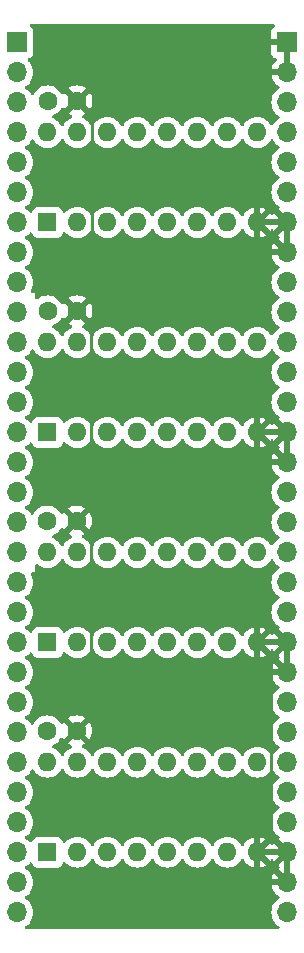
<source format=gbr>
%TF.GenerationSoftware,KiCad,Pcbnew,7.0.6-0*%
%TF.CreationDate,2023-07-28T23:20:17-07:00*%
%TF.ProjectId,V501,56353031-2e6b-4696-9361-645f70636258,rev?*%
%TF.SameCoordinates,Original*%
%TF.FileFunction,Copper,L3,Inr*%
%TF.FilePolarity,Positive*%
%FSLAX46Y46*%
G04 Gerber Fmt 4.6, Leading zero omitted, Abs format (unit mm)*
G04 Created by KiCad (PCBNEW 7.0.6-0) date 2023-07-28 23:20:17*
%MOMM*%
%LPD*%
G01*
G04 APERTURE LIST*
%TA.AperFunction,ComponentPad*%
%ADD10O,1.700000X1.700000*%
%TD*%
%TA.AperFunction,ComponentPad*%
%ADD11R,1.700000X1.700000*%
%TD*%
%TA.AperFunction,ComponentPad*%
%ADD12C,1.600000*%
%TD*%
%TA.AperFunction,ComponentPad*%
%ADD13R,1.600000X1.600000*%
%TD*%
%TA.AperFunction,ComponentPad*%
%ADD14O,1.600000X1.600000*%
%TD*%
%TA.AperFunction,Conductor*%
%ADD15C,0.500000*%
%TD*%
%TA.AperFunction,Conductor*%
%ADD16C,0.250000*%
%TD*%
G04 APERTURE END LIST*
D10*
%TO.N,Ra*%
%TO.C,J2*%
X132334000Y-151257000D03*
%TO.N,GND*%
X132334000Y-148717000D03*
X132334000Y-146177000D03*
%TO.N,/J2Bus27*%
X132334000Y-143637000D03*
%TO.N,/J2Bus26*%
X132334000Y-141097000D03*
%TO.N,/J2Bus25*%
X132334000Y-138557000D03*
%TO.N,/J2Bus24*%
X132334000Y-136017000D03*
%TO.N,/J2Bus23*%
X132334000Y-133477000D03*
%TO.N,GND*%
X132334000Y-130937000D03*
X132334000Y-128397000D03*
%TO.N,/J2Bus20*%
X132334000Y-125857000D03*
%TO.N,/J2Bus19*%
X132334000Y-123317000D03*
%TO.N,/J2Bus18*%
X132334000Y-120777000D03*
%TO.N,/J2Bus17*%
X132334000Y-118237000D03*
%TO.N,/J2Bus16*%
X132334000Y-115697000D03*
%TO.N,GND*%
X132334000Y-113157000D03*
X132334000Y-110617000D03*
%TO.N,/J2Bus13*%
X132334000Y-108077000D03*
%TO.N,/J2Bus12*%
X132334000Y-105537000D03*
%TO.N,/J2Bus11*%
X132334000Y-102997000D03*
%TO.N,/J2Bus10*%
X132334000Y-100457000D03*
%TO.N,~{Er}*%
X132334000Y-97917000D03*
%TO.N,GND*%
X132334000Y-95377000D03*
X132334000Y-92837000D03*
%TO.N,/J2Bus6*%
X132334000Y-90297000D03*
%TO.N,/J2Bus5*%
X132334000Y-87757000D03*
%TO.N,/J2Bus4*%
X132334000Y-85217000D03*
%TO.N,/J2Bus3*%
X132334000Y-82677000D03*
%TO.N,GND*%
X132334000Y-80137000D03*
D11*
X132334000Y-77597000D03*
%TD*%
D12*
%TO.N,VCC*%
%TO.C,C2*%
X112034000Y-100330000D03*
%TO.N,GND*%
X114534000Y-100330000D03*
%TD*%
%TO.N,VCC*%
%TO.C,C1*%
X112034000Y-82550000D03*
%TO.N,GND*%
X114534000Y-82550000D03*
%TD*%
%TO.N,VCC*%
%TO.C,C3*%
X111999000Y-118120000D03*
%TO.N,GND*%
X114499000Y-118120000D03*
%TD*%
D13*
%TO.N,/J1Bus6*%
%TO.C,U1*%
X112014000Y-92837000D03*
D14*
%TO.N,/J1Bus7*%
X114554000Y-92837000D03*
%TO.N,/J1Bus8*%
X117094000Y-92837000D03*
%TO.N,Rb*%
X119634000Y-92837000D03*
%TO.N,Ra*%
X122174000Y-92837000D03*
%TO.N,/J2Bus6*%
X124714000Y-92837000D03*
%TO.N,/J2Bus5*%
X127254000Y-92837000D03*
%TO.N,GND*%
X129794000Y-92837000D03*
%TO.N,/J2Bus4*%
X129794000Y-85217000D03*
%TO.N,/J2Bus3*%
X127254000Y-85217000D03*
%TO.N,~{Er}*%
X124714000Y-85217000D03*
%TO.N,~{Ew}*%
X122174000Y-85217000D03*
%TO.N,Wb*%
X119634000Y-85217000D03*
%TO.N,Wa*%
X117094000Y-85217000D03*
%TO.N,/J1Bus5*%
X114554000Y-85217000D03*
%TO.N,VCC*%
X112014000Y-85217000D03*
%TD*%
D13*
%TO.N,/J1Bus27*%
%TO.C,U4*%
X112014000Y-146167000D03*
D14*
%TO.N,/J1Bus28*%
X114554000Y-146167000D03*
%TO.N,/J1Bus29*%
X117094000Y-146167000D03*
%TO.N,Rb*%
X119634000Y-146167000D03*
%TO.N,Ra*%
X122174000Y-146167000D03*
%TO.N,/J2Bus27*%
X124714000Y-146167000D03*
%TO.N,/J2Bus26*%
X127254000Y-146167000D03*
%TO.N,GND*%
X129794000Y-146167000D03*
%TO.N,/J2Bus25*%
X129794000Y-138547000D03*
%TO.N,/J2Bus24*%
X127254000Y-138547000D03*
%TO.N,~{Er}*%
X124714000Y-138547000D03*
%TO.N,~{Ew}*%
X122174000Y-138547000D03*
%TO.N,Wb*%
X119634000Y-138547000D03*
%TO.N,Wa*%
X117094000Y-138547000D03*
%TO.N,/J1Bus26*%
X114554000Y-138547000D03*
%TO.N,VCC*%
X112014000Y-138547000D03*
%TD*%
D13*
%TO.N,/J1Bus13*%
%TO.C,U2*%
X112014000Y-110617000D03*
D14*
%TO.N,/J1Bus14*%
X114554000Y-110617000D03*
%TO.N,/J1Bus15*%
X117094000Y-110617000D03*
%TO.N,Rb*%
X119634000Y-110617000D03*
%TO.N,Ra*%
X122174000Y-110617000D03*
%TO.N,/J2Bus13*%
X124714000Y-110617000D03*
%TO.N,/J2Bus12*%
X127254000Y-110617000D03*
%TO.N,GND*%
X129794000Y-110617000D03*
%TO.N,/J2Bus11*%
X129794000Y-102997000D03*
%TO.N,/J2Bus10*%
X127254000Y-102997000D03*
%TO.N,~{Er}*%
X124714000Y-102997000D03*
%TO.N,~{Ew}*%
X122174000Y-102997000D03*
%TO.N,Wb*%
X119634000Y-102997000D03*
%TO.N,Wa*%
X117094000Y-102997000D03*
%TO.N,/J1Bus12*%
X114554000Y-102997000D03*
%TO.N,VCC*%
X112014000Y-102997000D03*
%TD*%
D12*
%TO.N,VCC*%
%TO.C,C4*%
X111999000Y-135880000D03*
%TO.N,GND*%
X114499000Y-135880000D03*
%TD*%
D13*
%TO.N,/J1Bus20*%
%TO.C,U3*%
X112014000Y-128397000D03*
D14*
%TO.N,/J1Bus21*%
X114554000Y-128397000D03*
%TO.N,/J1Bus22*%
X117094000Y-128397000D03*
%TO.N,Rb*%
X119634000Y-128397000D03*
%TO.N,Ra*%
X122174000Y-128397000D03*
%TO.N,/J2Bus20*%
X124714000Y-128397000D03*
%TO.N,/J2Bus19*%
X127254000Y-128397000D03*
%TO.N,GND*%
X129794000Y-128397000D03*
%TO.N,/J2Bus18*%
X129794000Y-120777000D03*
%TO.N,/J2Bus17*%
X127254000Y-120777000D03*
%TO.N,~{Er}*%
X124714000Y-120777000D03*
%TO.N,~{Ew}*%
X122174000Y-120777000D03*
%TO.N,Wb*%
X119634000Y-120777000D03*
%TO.N,Wa*%
X117094000Y-120777000D03*
%TO.N,/J1Bus19*%
X114554000Y-120777000D03*
%TO.N,VCC*%
X112014000Y-120777000D03*
%TD*%
D11*
%TO.N,Wa*%
%TO.C,J1*%
X109474000Y-77597000D03*
D10*
%TO.N,Wb*%
X109474000Y-80137000D03*
%TO.N,VCC*%
X109474000Y-82677000D03*
X109474000Y-85217000D03*
%TO.N,/J1Bus5*%
X109474000Y-87757000D03*
%TO.N,/J1Bus6*%
X109474000Y-90297000D03*
%TO.N,/J1Bus7*%
X109474000Y-92837000D03*
%TO.N,/J1Bus8*%
X109474000Y-95377000D03*
%TO.N,~{Ew}*%
X109474000Y-97917000D03*
%TO.N,VCC*%
X109474000Y-100457000D03*
X109474000Y-102997000D03*
%TO.N,/J1Bus12*%
X109474000Y-105537000D03*
%TO.N,/J1Bus13*%
X109474000Y-108077000D03*
%TO.N,/J1Bus14*%
X109474000Y-110617000D03*
%TO.N,/J1Bus15*%
X109474000Y-113157000D03*
%TO.N,/J1Bus16*%
X109474000Y-115697000D03*
%TO.N,VCC*%
X109474000Y-118237000D03*
X109474000Y-120777000D03*
%TO.N,/J1Bus19*%
X109474000Y-123317000D03*
%TO.N,/J1Bus20*%
X109474000Y-125857000D03*
%TO.N,/J1Bus21*%
X109474000Y-128397000D03*
%TO.N,/J1Bus22*%
X109474000Y-130937000D03*
%TO.N,Rb*%
X109474000Y-133477000D03*
%TO.N,VCC*%
X109474000Y-136017000D03*
X109474000Y-138557000D03*
%TO.N,/J1Bus26*%
X109474000Y-141097000D03*
%TO.N,/J1Bus27*%
X109474000Y-143637000D03*
%TO.N,/J1Bus28*%
X109474000Y-146177000D03*
%TO.N,/J1Bus29*%
X109474000Y-148717000D03*
%TO.N,VCC*%
X109474000Y-151257000D03*
%TD*%
D15*
%TO.N,GND*%
X129794000Y-92837000D02*
X130937000Y-91694000D01*
X130937000Y-91694000D02*
X130937000Y-91440000D01*
X129794000Y-110617000D02*
X130937000Y-109474000D01*
X130937000Y-109474000D02*
X130937000Y-109220000D01*
X131064000Y-144907000D02*
X130937000Y-144780000D01*
X130937000Y-129540000D02*
X132334000Y-130937000D01*
D16*
X114499000Y-118120000D02*
X115679000Y-119300000D01*
D15*
X129794000Y-146167000D02*
X131054000Y-144907000D01*
X132334000Y-110617000D02*
X131064000Y-111887000D01*
D16*
X130937000Y-129540000D02*
X130937000Y-145024000D01*
D15*
X132334000Y-92837000D02*
X130937000Y-91440000D01*
X132334000Y-95377000D02*
X131064000Y-94107000D01*
D16*
X115679000Y-119300000D02*
X115679000Y-134700000D01*
D15*
X129794000Y-146167000D02*
X131005500Y-147378500D01*
X129794000Y-128397000D02*
X130937000Y-127254000D01*
X132334000Y-146177000D02*
X131132500Y-147378500D01*
D16*
X115679000Y-101475000D02*
X115679000Y-116940000D01*
D15*
X131064000Y-94107000D02*
X129794000Y-92837000D01*
X132334000Y-110617000D02*
X130937000Y-109220000D01*
X129794000Y-128397000D02*
X130937000Y-129540000D01*
D16*
X131054000Y-144907000D02*
X131064000Y-144907000D01*
X114534000Y-100330000D02*
X115679000Y-101475000D01*
D15*
X130937000Y-127254000D02*
X131191000Y-127254000D01*
X132334000Y-146177000D02*
X131064000Y-144907000D01*
D16*
X131191000Y-129540000D02*
X130937000Y-129540000D01*
X132334000Y-148707000D02*
X132334000Y-148717000D01*
X114534000Y-82550000D02*
X115824000Y-83840000D01*
X131132500Y-147378500D02*
X131005500Y-147378500D01*
X115679000Y-116940000D02*
X114499000Y-118120000D01*
X115679000Y-134700000D02*
X114499000Y-135880000D01*
D15*
X131005500Y-147378500D02*
X132334000Y-148707000D01*
X132334000Y-128397000D02*
X131191000Y-129540000D01*
X129794000Y-110617000D02*
X131064000Y-111887000D01*
D16*
X115824000Y-83840000D02*
X115824000Y-99040000D01*
D15*
X132334000Y-92837000D02*
X131064000Y-94107000D01*
X132334000Y-128397000D02*
X131191000Y-127254000D01*
X131064000Y-111887000D02*
X132334000Y-113157000D01*
D16*
X115824000Y-99040000D02*
X114534000Y-100330000D01*
X130937000Y-145024000D02*
X129794000Y-146167000D01*
%TD*%
%TA.AperFunction,Conductor*%
%TO.N,GND*%
G36*
X129555955Y-146494641D02*
G01*
X129668852Y-146552165D01*
X129762519Y-146567000D01*
X129825481Y-146567000D01*
X129919148Y-146552165D01*
X130032045Y-146494641D01*
X130043999Y-146482687D01*
X130043999Y-147445872D01*
X130240317Y-147393269D01*
X130240326Y-147393265D01*
X130446482Y-147297134D01*
X130632820Y-147166657D01*
X130793657Y-147005820D01*
X130924132Y-146819483D01*
X130926673Y-146815083D01*
X130977233Y-146766861D01*
X131045838Y-146753629D01*
X131110707Y-146779588D01*
X131146449Y-146824662D01*
X131160399Y-146854577D01*
X131295894Y-147048082D01*
X131462917Y-147215105D01*
X131649031Y-147345425D01*
X131692656Y-147400003D01*
X131699848Y-147469501D01*
X131668326Y-147531856D01*
X131649031Y-147548575D01*
X131462922Y-147678890D01*
X131462920Y-147678891D01*
X131295891Y-147845920D01*
X131295886Y-147845926D01*
X131160400Y-148039420D01*
X131160399Y-148039422D01*
X131060570Y-148253507D01*
X131060567Y-148253513D01*
X131003364Y-148466999D01*
X131003364Y-148467000D01*
X131900314Y-148467000D01*
X131874507Y-148507156D01*
X131834000Y-148645111D01*
X131834000Y-148788889D01*
X131874507Y-148926844D01*
X131900314Y-148967000D01*
X131003364Y-148967000D01*
X131060567Y-149180486D01*
X131060570Y-149180492D01*
X131160399Y-149394578D01*
X131295894Y-149588082D01*
X131462917Y-149755105D01*
X131648595Y-149885119D01*
X131692219Y-149939696D01*
X131699412Y-150009195D01*
X131667890Y-150071549D01*
X131648595Y-150088269D01*
X131462594Y-150218508D01*
X131295505Y-150385597D01*
X131159965Y-150579169D01*
X131159964Y-150579171D01*
X131060098Y-150793335D01*
X131060094Y-150793344D01*
X130998938Y-151021586D01*
X130998936Y-151021596D01*
X130978341Y-151256999D01*
X130978341Y-151257000D01*
X130998936Y-151492403D01*
X130998938Y-151492413D01*
X131060094Y-151720655D01*
X131060096Y-151720659D01*
X131060097Y-151720663D01*
X131063500Y-151727960D01*
X131159965Y-151934830D01*
X131159967Y-151934834D01*
X131268281Y-152089521D01*
X131295505Y-152128401D01*
X131462599Y-152295495D01*
X131577347Y-152375842D01*
X131651728Y-152427925D01*
X131695353Y-152482502D01*
X131702546Y-152552000D01*
X131671024Y-152614355D01*
X131610794Y-152649769D01*
X131580605Y-152653500D01*
X110227395Y-152653500D01*
X110160356Y-152633815D01*
X110114601Y-152581011D01*
X110104657Y-152511853D01*
X110133682Y-152448297D01*
X110156272Y-152427925D01*
X110196523Y-152399740D01*
X110345401Y-152295495D01*
X110512495Y-152128401D01*
X110648035Y-151934830D01*
X110747903Y-151720663D01*
X110809063Y-151492408D01*
X110829659Y-151257000D01*
X110809063Y-151021592D01*
X110747903Y-150793337D01*
X110648035Y-150579171D01*
X110553508Y-150444171D01*
X110512494Y-150385597D01*
X110345402Y-150218506D01*
X110345396Y-150218501D01*
X110159842Y-150088575D01*
X110116217Y-150033998D01*
X110109023Y-149964500D01*
X110140546Y-149902145D01*
X110159842Y-149885425D01*
X110182026Y-149869891D01*
X110345401Y-149755495D01*
X110512495Y-149588401D01*
X110648035Y-149394830D01*
X110747903Y-149180663D01*
X110809063Y-148952408D01*
X110829659Y-148717000D01*
X110809063Y-148481592D01*
X110747903Y-148253337D01*
X110648035Y-148039171D01*
X110554676Y-147905839D01*
X110512494Y-147845597D01*
X110345402Y-147678506D01*
X110345396Y-147678501D01*
X110159842Y-147548575D01*
X110116217Y-147493998D01*
X110109023Y-147424500D01*
X110140546Y-147362145D01*
X110159842Y-147345425D01*
X110228190Y-147297567D01*
X110345401Y-147215495D01*
X110512495Y-147048401D01*
X110512500Y-147048393D01*
X110512551Y-147048334D01*
X110512583Y-147048312D01*
X110516323Y-147044573D01*
X110517074Y-147045324D01*
X110570722Y-147009632D01*
X110640583Y-147008524D01*
X110699953Y-147045361D01*
X110723722Y-147084707D01*
X110770202Y-147209328D01*
X110770206Y-147209335D01*
X110856452Y-147324544D01*
X110856455Y-147324547D01*
X110971664Y-147410793D01*
X110971671Y-147410797D01*
X111106517Y-147461091D01*
X111106516Y-147461091D01*
X111113444Y-147461835D01*
X111166127Y-147467500D01*
X112861872Y-147467499D01*
X112921483Y-147461091D01*
X113056331Y-147410796D01*
X113171546Y-147324546D01*
X113257796Y-147209331D01*
X113308091Y-147074483D01*
X113311862Y-147039401D01*
X113338599Y-146974855D01*
X113395990Y-146935006D01*
X113465816Y-146932511D01*
X113525905Y-146968163D01*
X113536725Y-146981535D01*
X113541921Y-146988956D01*
X113553956Y-147006143D01*
X113714858Y-147167045D01*
X113714861Y-147167047D01*
X113901266Y-147297568D01*
X114107504Y-147393739D01*
X114107509Y-147393740D01*
X114107511Y-147393741D01*
X114160415Y-147407916D01*
X114327308Y-147452635D01*
X114489230Y-147466801D01*
X114553998Y-147472468D01*
X114554000Y-147472468D01*
X114554002Y-147472468D01*
X114610807Y-147467498D01*
X114780692Y-147452635D01*
X115000496Y-147393739D01*
X115206734Y-147297568D01*
X115393139Y-147167047D01*
X115554047Y-147006139D01*
X115684568Y-146819734D01*
X115711619Y-146761721D01*
X115757788Y-146709286D01*
X115824981Y-146690133D01*
X115891862Y-146710348D01*
X115936380Y-146761722D01*
X115963432Y-146819734D01*
X115966883Y-146824662D01*
X116093954Y-147006141D01*
X116254858Y-147167045D01*
X116254861Y-147167047D01*
X116441266Y-147297568D01*
X116647504Y-147393739D01*
X116647509Y-147393740D01*
X116647511Y-147393741D01*
X116700415Y-147407916D01*
X116867308Y-147452635D01*
X117029230Y-147466801D01*
X117093998Y-147472468D01*
X117094000Y-147472468D01*
X117094002Y-147472468D01*
X117150807Y-147467498D01*
X117320692Y-147452635D01*
X117540496Y-147393739D01*
X117746734Y-147297568D01*
X117933139Y-147167047D01*
X118094047Y-147006139D01*
X118224568Y-146819734D01*
X118251619Y-146761721D01*
X118297788Y-146709286D01*
X118364981Y-146690133D01*
X118431862Y-146710348D01*
X118476380Y-146761722D01*
X118503432Y-146819734D01*
X118506883Y-146824662D01*
X118633954Y-147006141D01*
X118794858Y-147167045D01*
X118794861Y-147167047D01*
X118981266Y-147297568D01*
X119187504Y-147393739D01*
X119187509Y-147393740D01*
X119187511Y-147393741D01*
X119240415Y-147407916D01*
X119407308Y-147452635D01*
X119569230Y-147466801D01*
X119633998Y-147472468D01*
X119634000Y-147472468D01*
X119634002Y-147472468D01*
X119690807Y-147467498D01*
X119860692Y-147452635D01*
X120080496Y-147393739D01*
X120286734Y-147297568D01*
X120473139Y-147167047D01*
X120634047Y-147006139D01*
X120764568Y-146819734D01*
X120791619Y-146761721D01*
X120837788Y-146709286D01*
X120904981Y-146690133D01*
X120971862Y-146710348D01*
X121016380Y-146761722D01*
X121043432Y-146819734D01*
X121046883Y-146824662D01*
X121173954Y-147006141D01*
X121334858Y-147167045D01*
X121334861Y-147167047D01*
X121521266Y-147297568D01*
X121727504Y-147393739D01*
X121727509Y-147393740D01*
X121727511Y-147393741D01*
X121780415Y-147407916D01*
X121947308Y-147452635D01*
X122109230Y-147466801D01*
X122173998Y-147472468D01*
X122174000Y-147472468D01*
X122174002Y-147472468D01*
X122230807Y-147467498D01*
X122400692Y-147452635D01*
X122620496Y-147393739D01*
X122826734Y-147297568D01*
X123013139Y-147167047D01*
X123174047Y-147006139D01*
X123304568Y-146819734D01*
X123331619Y-146761721D01*
X123377788Y-146709286D01*
X123444981Y-146690133D01*
X123511862Y-146710348D01*
X123556380Y-146761722D01*
X123583432Y-146819734D01*
X123586883Y-146824662D01*
X123713954Y-147006141D01*
X123874858Y-147167045D01*
X123874861Y-147167047D01*
X124061266Y-147297568D01*
X124267504Y-147393739D01*
X124267509Y-147393740D01*
X124267511Y-147393741D01*
X124320415Y-147407916D01*
X124487308Y-147452635D01*
X124649230Y-147466801D01*
X124713998Y-147472468D01*
X124714000Y-147472468D01*
X124714002Y-147472468D01*
X124770807Y-147467498D01*
X124940692Y-147452635D01*
X125160496Y-147393739D01*
X125366734Y-147297568D01*
X125553139Y-147167047D01*
X125714047Y-147006139D01*
X125844568Y-146819734D01*
X125871619Y-146761721D01*
X125917788Y-146709286D01*
X125984981Y-146690133D01*
X126051862Y-146710348D01*
X126096380Y-146761722D01*
X126123432Y-146819734D01*
X126126883Y-146824662D01*
X126253954Y-147006141D01*
X126414858Y-147167045D01*
X126414861Y-147167047D01*
X126601266Y-147297568D01*
X126807504Y-147393739D01*
X126807509Y-147393740D01*
X126807511Y-147393741D01*
X126860415Y-147407916D01*
X127027308Y-147452635D01*
X127189230Y-147466801D01*
X127253998Y-147472468D01*
X127254000Y-147472468D01*
X127254002Y-147472468D01*
X127310807Y-147467498D01*
X127480692Y-147452635D01*
X127700496Y-147393739D01*
X127906734Y-147297568D01*
X128093139Y-147167047D01*
X128254047Y-147006139D01*
X128384568Y-146819734D01*
X128411895Y-146761129D01*
X128458064Y-146708695D01*
X128525257Y-146689542D01*
X128592139Y-146709757D01*
X128636657Y-146761133D01*
X128663865Y-146819482D01*
X128794342Y-147005820D01*
X128955179Y-147166657D01*
X129141517Y-147297134D01*
X129347673Y-147393265D01*
X129347682Y-147393269D01*
X129543999Y-147445872D01*
X129544000Y-147445871D01*
X129544000Y-146482686D01*
X129555955Y-146494641D01*
G37*
%TD.AperFunction*%
%TA.AperFunction,Conductor*%
G36*
X132583999Y-148281498D02*
G01*
X132476315Y-148232320D01*
X132369763Y-148217000D01*
X132298237Y-148217000D01*
X132191685Y-148232320D01*
X132083999Y-148281498D01*
X132083999Y-146612501D01*
X132191685Y-146661680D01*
X132298237Y-146677000D01*
X132369763Y-146677000D01*
X132476315Y-146661680D01*
X132583999Y-146612501D01*
X132583999Y-148281498D01*
G37*
%TD.AperFunction*%
%TA.AperFunction,Conductor*%
G36*
X131106694Y-145927000D02*
G01*
X131900314Y-145927000D01*
X131874507Y-145967156D01*
X131834000Y-146105111D01*
X131834000Y-146248889D01*
X131874507Y-146386844D01*
X131900314Y-146427000D01*
X131005362Y-146427000D01*
X130971306Y-146417000D01*
X130109686Y-146417000D01*
X130121641Y-146405045D01*
X130179165Y-146292148D01*
X130198986Y-146167000D01*
X130179165Y-146041852D01*
X130121641Y-145928955D01*
X130109686Y-145917000D01*
X131072638Y-145917000D01*
X131106694Y-145927000D01*
G37*
%TD.AperFunction*%
%TA.AperFunction,Conductor*%
G36*
X128591862Y-139090348D02*
G01*
X128636380Y-139141722D01*
X128663432Y-139199734D01*
X128663433Y-139199735D01*
X128793954Y-139386141D01*
X128954858Y-139547045D01*
X128954861Y-139547047D01*
X129141266Y-139677568D01*
X129347504Y-139773739D01*
X129567308Y-139832635D01*
X129729230Y-139846801D01*
X129793998Y-139852468D01*
X129794000Y-139852468D01*
X129794002Y-139852468D01*
X129850672Y-139847509D01*
X130020692Y-139832635D01*
X130240496Y-139773739D01*
X130446734Y-139677568D01*
X130633139Y-139547047D01*
X130794047Y-139386139D01*
X130924568Y-139199734D01*
X130924575Y-139199718D01*
X130926634Y-139196154D01*
X130977201Y-139147938D01*
X131045808Y-139134714D01*
X131110673Y-139160682D01*
X131146404Y-139205748D01*
X131159965Y-139234830D01*
X131159967Y-139234834D01*
X131295501Y-139428395D01*
X131295506Y-139428402D01*
X131462597Y-139595493D01*
X131462603Y-139595498D01*
X131648158Y-139725425D01*
X131691783Y-139780002D01*
X131698977Y-139849500D01*
X131667454Y-139911855D01*
X131648158Y-139928575D01*
X131462597Y-140058505D01*
X131295505Y-140225597D01*
X131159965Y-140419169D01*
X131159964Y-140419171D01*
X131060098Y-140633335D01*
X131060094Y-140633344D01*
X130998938Y-140861586D01*
X130998936Y-140861596D01*
X130978341Y-141096999D01*
X130978341Y-141097000D01*
X130998936Y-141332403D01*
X130998938Y-141332413D01*
X131060094Y-141560655D01*
X131060096Y-141560659D01*
X131060097Y-141560663D01*
X131063500Y-141567960D01*
X131159965Y-141774830D01*
X131159967Y-141774834D01*
X131295501Y-141968395D01*
X131295506Y-141968402D01*
X131462597Y-142135493D01*
X131462603Y-142135498D01*
X131648158Y-142265425D01*
X131691783Y-142320002D01*
X131698977Y-142389500D01*
X131667454Y-142451855D01*
X131648158Y-142468575D01*
X131462597Y-142598505D01*
X131295505Y-142765597D01*
X131159965Y-142959169D01*
X131159964Y-142959171D01*
X131060098Y-143173335D01*
X131060094Y-143173344D01*
X130998938Y-143401586D01*
X130998936Y-143401596D01*
X130978341Y-143636999D01*
X130978341Y-143637000D01*
X130998936Y-143872403D01*
X130998938Y-143872413D01*
X131060094Y-144100655D01*
X131060096Y-144100659D01*
X131060097Y-144100663D01*
X131063500Y-144107960D01*
X131159965Y-144314830D01*
X131159967Y-144314834D01*
X131268281Y-144469521D01*
X131290078Y-144500651D01*
X131295501Y-144508395D01*
X131295506Y-144508402D01*
X131462597Y-144675493D01*
X131462603Y-144675498D01*
X131648594Y-144805730D01*
X131692219Y-144860307D01*
X131699413Y-144929805D01*
X131667890Y-144992160D01*
X131648595Y-145008880D01*
X131462922Y-145138890D01*
X131462920Y-145138891D01*
X131295891Y-145305920D01*
X131295886Y-145305926D01*
X131160400Y-145499420D01*
X131160398Y-145499424D01*
X131151128Y-145519304D01*
X131104955Y-145571742D01*
X131037761Y-145590893D01*
X130970880Y-145570676D01*
X130926365Y-145519302D01*
X130924134Y-145514517D01*
X130793657Y-145328179D01*
X130632820Y-145167342D01*
X130446482Y-145036865D01*
X130240328Y-144940734D01*
X130043999Y-144888127D01*
X130043999Y-145851313D01*
X130032045Y-145839359D01*
X129919148Y-145781835D01*
X129825481Y-145767000D01*
X129762519Y-145767000D01*
X129668852Y-145781835D01*
X129555955Y-145839359D01*
X129544000Y-145851314D01*
X129544000Y-144888127D01*
X129347671Y-144940734D01*
X129141517Y-145036865D01*
X128955179Y-145167342D01*
X128794342Y-145328179D01*
X128663867Y-145514515D01*
X128636657Y-145572867D01*
X128590484Y-145625306D01*
X128523290Y-145644457D01*
X128456409Y-145624241D01*
X128411893Y-145572865D01*
X128411617Y-145572274D01*
X128384568Y-145514266D01*
X128254047Y-145327861D01*
X128254045Y-145327858D01*
X128093141Y-145166954D01*
X127906734Y-145036432D01*
X127906732Y-145036431D01*
X127700497Y-144940261D01*
X127700488Y-144940258D01*
X127480697Y-144881366D01*
X127480693Y-144881365D01*
X127480692Y-144881365D01*
X127480691Y-144881364D01*
X127480686Y-144881364D01*
X127254002Y-144861532D01*
X127253998Y-144861532D01*
X127027313Y-144881364D01*
X127027302Y-144881366D01*
X126807511Y-144940258D01*
X126807502Y-144940261D01*
X126601267Y-145036431D01*
X126601265Y-145036432D01*
X126414858Y-145166954D01*
X126253954Y-145327858D01*
X126123432Y-145514265D01*
X126123430Y-145514268D01*
X126096380Y-145572277D01*
X126050207Y-145624715D01*
X125983013Y-145643866D01*
X125916132Y-145623649D01*
X125871619Y-145572277D01*
X125844568Y-145514266D01*
X125833999Y-145499171D01*
X125714045Y-145327858D01*
X125553141Y-145166954D01*
X125366734Y-145036432D01*
X125366732Y-145036431D01*
X125160497Y-144940261D01*
X125160488Y-144940258D01*
X124940697Y-144881366D01*
X124940693Y-144881365D01*
X124940692Y-144881365D01*
X124940691Y-144881364D01*
X124940686Y-144881364D01*
X124714002Y-144861532D01*
X124713998Y-144861532D01*
X124487313Y-144881364D01*
X124487302Y-144881366D01*
X124267511Y-144940258D01*
X124267502Y-144940261D01*
X124061267Y-145036431D01*
X124061265Y-145036432D01*
X123874858Y-145166954D01*
X123713954Y-145327858D01*
X123583432Y-145514265D01*
X123583430Y-145514268D01*
X123556380Y-145572277D01*
X123510207Y-145624715D01*
X123443013Y-145643866D01*
X123376132Y-145623649D01*
X123331619Y-145572277D01*
X123304568Y-145514266D01*
X123293999Y-145499171D01*
X123174045Y-145327858D01*
X123013141Y-145166954D01*
X122826734Y-145036432D01*
X122826732Y-145036431D01*
X122620497Y-144940261D01*
X122620488Y-144940258D01*
X122400697Y-144881366D01*
X122400693Y-144881365D01*
X122400692Y-144881365D01*
X122400691Y-144881364D01*
X122400686Y-144881364D01*
X122174002Y-144861532D01*
X122173998Y-144861532D01*
X121947313Y-144881364D01*
X121947302Y-144881366D01*
X121727511Y-144940258D01*
X121727502Y-144940261D01*
X121521267Y-145036431D01*
X121521265Y-145036432D01*
X121334858Y-145166954D01*
X121173954Y-145327858D01*
X121043432Y-145514265D01*
X121043430Y-145514268D01*
X121016380Y-145572277D01*
X120970207Y-145624715D01*
X120903013Y-145643866D01*
X120836132Y-145623649D01*
X120791619Y-145572277D01*
X120764568Y-145514266D01*
X120753999Y-145499171D01*
X120634045Y-145327858D01*
X120473141Y-145166954D01*
X120286734Y-145036432D01*
X120286732Y-145036431D01*
X120080497Y-144940261D01*
X120080488Y-144940258D01*
X119860697Y-144881366D01*
X119860693Y-144881365D01*
X119860692Y-144881365D01*
X119860691Y-144881364D01*
X119860686Y-144881364D01*
X119634002Y-144861532D01*
X119633998Y-144861532D01*
X119407313Y-144881364D01*
X119407302Y-144881366D01*
X119187511Y-144940258D01*
X119187502Y-144940261D01*
X118981267Y-145036431D01*
X118981265Y-145036432D01*
X118794858Y-145166954D01*
X118633954Y-145327858D01*
X118503432Y-145514265D01*
X118503431Y-145514267D01*
X118484310Y-145555272D01*
X118476631Y-145571742D01*
X118476382Y-145572275D01*
X118430209Y-145624714D01*
X118363016Y-145643866D01*
X118296135Y-145623650D01*
X118251618Y-145572275D01*
X118251618Y-145572274D01*
X118224568Y-145514266D01*
X118094047Y-145327861D01*
X118094045Y-145327858D01*
X117933141Y-145166954D01*
X117746734Y-145036432D01*
X117746732Y-145036431D01*
X117540497Y-144940261D01*
X117540488Y-144940258D01*
X117320697Y-144881366D01*
X117320693Y-144881365D01*
X117320692Y-144881365D01*
X117320691Y-144881364D01*
X117320686Y-144881364D01*
X117094002Y-144861532D01*
X117093998Y-144861532D01*
X116867313Y-144881364D01*
X116867302Y-144881366D01*
X116647511Y-144940258D01*
X116647502Y-144940261D01*
X116441267Y-145036431D01*
X116441265Y-145036432D01*
X116254858Y-145166954D01*
X116093954Y-145327858D01*
X115963432Y-145514265D01*
X115963431Y-145514267D01*
X115944310Y-145555272D01*
X115936631Y-145571742D01*
X115936382Y-145572275D01*
X115890209Y-145624714D01*
X115823016Y-145643866D01*
X115756135Y-145623650D01*
X115711618Y-145572275D01*
X115711618Y-145572274D01*
X115684568Y-145514266D01*
X115554047Y-145327861D01*
X115554045Y-145327858D01*
X115393141Y-145166954D01*
X115206734Y-145036432D01*
X115206732Y-145036431D01*
X115000497Y-144940261D01*
X115000488Y-144940258D01*
X114780697Y-144881366D01*
X114780693Y-144881365D01*
X114780692Y-144881365D01*
X114780691Y-144881364D01*
X114780686Y-144881364D01*
X114554002Y-144861532D01*
X114553998Y-144861532D01*
X114327313Y-144881364D01*
X114327302Y-144881366D01*
X114107511Y-144940258D01*
X114107502Y-144940261D01*
X113901267Y-145036431D01*
X113901265Y-145036432D01*
X113714858Y-145166954D01*
X113553954Y-145327858D01*
X113536725Y-145352464D01*
X113482147Y-145396088D01*
X113412648Y-145403280D01*
X113350294Y-145371757D01*
X113314882Y-145311526D01*
X113311861Y-145294591D01*
X113308091Y-145259516D01*
X113257797Y-145124671D01*
X113257793Y-145124664D01*
X113171547Y-145009455D01*
X113171544Y-145009452D01*
X113056335Y-144923206D01*
X113056328Y-144923202D01*
X112921482Y-144872908D01*
X112921483Y-144872908D01*
X112861883Y-144866501D01*
X112861881Y-144866500D01*
X112861873Y-144866500D01*
X112861864Y-144866500D01*
X111166129Y-144866500D01*
X111166123Y-144866501D01*
X111106516Y-144872908D01*
X110971671Y-144923202D01*
X110971664Y-144923206D01*
X110856455Y-145009452D01*
X110856452Y-145009455D01*
X110770206Y-145124664D01*
X110770202Y-145124671D01*
X110718473Y-145263365D01*
X110676602Y-145319299D01*
X110611137Y-145343716D01*
X110542864Y-145328864D01*
X110514610Y-145307713D01*
X110345402Y-145138506D01*
X110345396Y-145138501D01*
X110159842Y-145008575D01*
X110116217Y-144953998D01*
X110109023Y-144884500D01*
X110140546Y-144822145D01*
X110159842Y-144805425D01*
X110182026Y-144789891D01*
X110345401Y-144675495D01*
X110512495Y-144508401D01*
X110648035Y-144314830D01*
X110747903Y-144100663D01*
X110809063Y-143872408D01*
X110829659Y-143637000D01*
X110809063Y-143401592D01*
X110747903Y-143173337D01*
X110648035Y-142959171D01*
X110554066Y-142824968D01*
X110512494Y-142765597D01*
X110345402Y-142598506D01*
X110345396Y-142598501D01*
X110159842Y-142468575D01*
X110116217Y-142413998D01*
X110109023Y-142344500D01*
X110140546Y-142282145D01*
X110159842Y-142265425D01*
X110182026Y-142249891D01*
X110345401Y-142135495D01*
X110512495Y-141968401D01*
X110648035Y-141774830D01*
X110747903Y-141560663D01*
X110809063Y-141332408D01*
X110829659Y-141097000D01*
X110809063Y-140861592D01*
X110747903Y-140633337D01*
X110648035Y-140419171D01*
X110554066Y-140284968D01*
X110512494Y-140225597D01*
X110345402Y-140058506D01*
X110345396Y-140058501D01*
X110159842Y-139928575D01*
X110116217Y-139873998D01*
X110109023Y-139804500D01*
X110140546Y-139742145D01*
X110159842Y-139725425D01*
X110228190Y-139677567D01*
X110345401Y-139595495D01*
X110512495Y-139428401D01*
X110648035Y-139234830D01*
X110661595Y-139205749D01*
X110707765Y-139153310D01*
X110774958Y-139134157D01*
X110841840Y-139154371D01*
X110881359Y-139196144D01*
X110883430Y-139199731D01*
X111013954Y-139386141D01*
X111174858Y-139547045D01*
X111174861Y-139547047D01*
X111361266Y-139677568D01*
X111567504Y-139773739D01*
X111787308Y-139832635D01*
X111949230Y-139846801D01*
X112013998Y-139852468D01*
X112014000Y-139852468D01*
X112014002Y-139852468D01*
X112070672Y-139847509D01*
X112240692Y-139832635D01*
X112460496Y-139773739D01*
X112666734Y-139677568D01*
X112853139Y-139547047D01*
X113014047Y-139386139D01*
X113144568Y-139199734D01*
X113171618Y-139141724D01*
X113217790Y-139089285D01*
X113284983Y-139070133D01*
X113351865Y-139090348D01*
X113396382Y-139141725D01*
X113423429Y-139199728D01*
X113423432Y-139199734D01*
X113553954Y-139386141D01*
X113714858Y-139547045D01*
X113714861Y-139547047D01*
X113901266Y-139677568D01*
X114107504Y-139773739D01*
X114327308Y-139832635D01*
X114489230Y-139846801D01*
X114553998Y-139852468D01*
X114554000Y-139852468D01*
X114554002Y-139852468D01*
X114610673Y-139847509D01*
X114780692Y-139832635D01*
X115000496Y-139773739D01*
X115206734Y-139677568D01*
X115393139Y-139547047D01*
X115554047Y-139386139D01*
X115684568Y-139199734D01*
X115711618Y-139141724D01*
X115757790Y-139089285D01*
X115824983Y-139070133D01*
X115891865Y-139090348D01*
X115936382Y-139141725D01*
X115963429Y-139199728D01*
X115963432Y-139199734D01*
X116093954Y-139386141D01*
X116254858Y-139547045D01*
X116254861Y-139547047D01*
X116441266Y-139677568D01*
X116647504Y-139773739D01*
X116867308Y-139832635D01*
X117029230Y-139846801D01*
X117093998Y-139852468D01*
X117094000Y-139852468D01*
X117094002Y-139852468D01*
X117150673Y-139847509D01*
X117320692Y-139832635D01*
X117540496Y-139773739D01*
X117746734Y-139677568D01*
X117933139Y-139547047D01*
X118094047Y-139386139D01*
X118224568Y-139199734D01*
X118251618Y-139141724D01*
X118297790Y-139089285D01*
X118364983Y-139070133D01*
X118431865Y-139090348D01*
X118476382Y-139141725D01*
X118503429Y-139199728D01*
X118503432Y-139199734D01*
X118633954Y-139386141D01*
X118794858Y-139547045D01*
X118794861Y-139547047D01*
X118981266Y-139677568D01*
X119187504Y-139773739D01*
X119407308Y-139832635D01*
X119569230Y-139846801D01*
X119633998Y-139852468D01*
X119634000Y-139852468D01*
X119634002Y-139852468D01*
X119690673Y-139847509D01*
X119860692Y-139832635D01*
X120080496Y-139773739D01*
X120286734Y-139677568D01*
X120473139Y-139547047D01*
X120634047Y-139386139D01*
X120764568Y-139199734D01*
X120791618Y-139141724D01*
X120837790Y-139089285D01*
X120904983Y-139070133D01*
X120971865Y-139090348D01*
X121016382Y-139141725D01*
X121043429Y-139199728D01*
X121043432Y-139199734D01*
X121173954Y-139386141D01*
X121334858Y-139547045D01*
X121334861Y-139547047D01*
X121521266Y-139677568D01*
X121727504Y-139773739D01*
X121947308Y-139832635D01*
X122109230Y-139846801D01*
X122173998Y-139852468D01*
X122174000Y-139852468D01*
X122174002Y-139852468D01*
X122230673Y-139847509D01*
X122400692Y-139832635D01*
X122620496Y-139773739D01*
X122826734Y-139677568D01*
X123013139Y-139547047D01*
X123174047Y-139386139D01*
X123304568Y-139199734D01*
X123331619Y-139141721D01*
X123377788Y-139089286D01*
X123444981Y-139070133D01*
X123511862Y-139090348D01*
X123556380Y-139141722D01*
X123583432Y-139199734D01*
X123583433Y-139199735D01*
X123713954Y-139386141D01*
X123874858Y-139547045D01*
X123874861Y-139547047D01*
X124061266Y-139677568D01*
X124267504Y-139773739D01*
X124487308Y-139832635D01*
X124649230Y-139846801D01*
X124713998Y-139852468D01*
X124714000Y-139852468D01*
X124714002Y-139852468D01*
X124770672Y-139847509D01*
X124940692Y-139832635D01*
X125160496Y-139773739D01*
X125366734Y-139677568D01*
X125553139Y-139547047D01*
X125714047Y-139386139D01*
X125844568Y-139199734D01*
X125871619Y-139141721D01*
X125917788Y-139089286D01*
X125984981Y-139070133D01*
X126051862Y-139090348D01*
X126096380Y-139141722D01*
X126123432Y-139199734D01*
X126123433Y-139199735D01*
X126253954Y-139386141D01*
X126414858Y-139547045D01*
X126414861Y-139547047D01*
X126601266Y-139677568D01*
X126807504Y-139773739D01*
X127027308Y-139832635D01*
X127189230Y-139846801D01*
X127253998Y-139852468D01*
X127254000Y-139852468D01*
X127254002Y-139852468D01*
X127310672Y-139847509D01*
X127480692Y-139832635D01*
X127700496Y-139773739D01*
X127906734Y-139677568D01*
X128093139Y-139547047D01*
X128254047Y-139386139D01*
X128384568Y-139199734D01*
X128411619Y-139141721D01*
X128457788Y-139089286D01*
X128524981Y-139070133D01*
X128591862Y-139090348D01*
G37*
%TD.AperFunction*%
%TA.AperFunction,Conductor*%
G36*
X114113835Y-136005148D02*
G01*
X114171359Y-136118045D01*
X114260955Y-136207641D01*
X114373852Y-136265165D01*
X114454599Y-136277953D01*
X113773526Y-136959025D01*
X113773526Y-136959026D01*
X113846512Y-137010131D01*
X113846516Y-137010133D01*
X114052673Y-137106265D01*
X114057769Y-137108121D01*
X114057106Y-137109939D01*
X114109493Y-137141848D01*
X114140043Y-137204685D01*
X114131770Y-137274063D01*
X114087302Y-137327955D01*
X114070172Y-137337669D01*
X113901264Y-137416433D01*
X113714858Y-137546954D01*
X113553954Y-137707858D01*
X113423432Y-137894265D01*
X113423431Y-137894267D01*
X113404310Y-137935272D01*
X113397681Y-137949490D01*
X113396382Y-137952275D01*
X113350209Y-138004714D01*
X113283016Y-138023866D01*
X113216135Y-138003650D01*
X113171618Y-137952275D01*
X113170320Y-137949491D01*
X113144568Y-137894266D01*
X113014047Y-137707861D01*
X113014045Y-137707858D01*
X112853141Y-137546954D01*
X112666734Y-137416432D01*
X112666732Y-137416431D01*
X112465049Y-137322384D01*
X112412610Y-137276211D01*
X112393458Y-137209018D01*
X112413674Y-137142137D01*
X112465048Y-137097621D01*
X112651734Y-137010568D01*
X112838139Y-136880047D01*
X112999047Y-136719139D01*
X113129568Y-136532734D01*
X113136893Y-136517023D01*
X113183062Y-136464586D01*
X113250254Y-136445432D01*
X113317136Y-136465645D01*
X113361657Y-136517023D01*
X113368865Y-136532481D01*
X113368866Y-136532483D01*
X113419973Y-136605471D01*
X113419973Y-136605472D01*
X114101045Y-135924399D01*
X114113835Y-136005148D01*
G37*
%TD.AperFunction*%
%TA.AperFunction,Conductor*%
G36*
X129555955Y-128724641D02*
G01*
X129668852Y-128782165D01*
X129762519Y-128797000D01*
X129825481Y-128797000D01*
X129919148Y-128782165D01*
X130032045Y-128724641D01*
X130043999Y-128712687D01*
X130043999Y-129675872D01*
X130240317Y-129623269D01*
X130240326Y-129623265D01*
X130446482Y-129527134D01*
X130632820Y-129396657D01*
X130793657Y-129235820D01*
X130924134Y-129049481D01*
X130926839Y-129044797D01*
X130927842Y-129045376D01*
X130970188Y-128997269D01*
X131037379Y-128978106D01*
X131104263Y-128998311D01*
X131148796Y-129049695D01*
X131160399Y-129074577D01*
X131295894Y-129268082D01*
X131462917Y-129435105D01*
X131649031Y-129565425D01*
X131692656Y-129620003D01*
X131699848Y-129689501D01*
X131668326Y-129751856D01*
X131649031Y-129768575D01*
X131462922Y-129898890D01*
X131462920Y-129898891D01*
X131295891Y-130065920D01*
X131295886Y-130065926D01*
X131160400Y-130259420D01*
X131160399Y-130259422D01*
X131060570Y-130473507D01*
X131060567Y-130473513D01*
X131003364Y-130686999D01*
X131003364Y-130687000D01*
X131900314Y-130687000D01*
X131874507Y-130727156D01*
X131834000Y-130865111D01*
X131834000Y-131008889D01*
X131874507Y-131146844D01*
X131900314Y-131187000D01*
X131003364Y-131187000D01*
X131060567Y-131400486D01*
X131060570Y-131400492D01*
X131160399Y-131614578D01*
X131295894Y-131808082D01*
X131462917Y-131975105D01*
X131648595Y-132105119D01*
X131692219Y-132159696D01*
X131699412Y-132229195D01*
X131667890Y-132291549D01*
X131648595Y-132308269D01*
X131462594Y-132438508D01*
X131295505Y-132605597D01*
X131159965Y-132799169D01*
X131159964Y-132799171D01*
X131060098Y-133013335D01*
X131060094Y-133013344D01*
X130998938Y-133241586D01*
X130998936Y-133241596D01*
X130978341Y-133476999D01*
X130978341Y-133477000D01*
X130998936Y-133712403D01*
X130998938Y-133712413D01*
X131060094Y-133940655D01*
X131060096Y-133940659D01*
X131060097Y-133940663D01*
X131063500Y-133947960D01*
X131159965Y-134154830D01*
X131159967Y-134154834D01*
X131295501Y-134348395D01*
X131295506Y-134348402D01*
X131462597Y-134515493D01*
X131462603Y-134515498D01*
X131648158Y-134645425D01*
X131691783Y-134700002D01*
X131698977Y-134769500D01*
X131667454Y-134831855D01*
X131648158Y-134848575D01*
X131462597Y-134978505D01*
X131295505Y-135145597D01*
X131159965Y-135339169D01*
X131159964Y-135339171D01*
X131060098Y-135553335D01*
X131060094Y-135553344D01*
X130998938Y-135781586D01*
X130998936Y-135781596D01*
X130978341Y-136016999D01*
X130978341Y-136017000D01*
X130998936Y-136252403D01*
X130998938Y-136252413D01*
X131060094Y-136480655D01*
X131060096Y-136480659D01*
X131060097Y-136480663D01*
X131093301Y-136551869D01*
X131159965Y-136694830D01*
X131159967Y-136694834D01*
X131268281Y-136849521D01*
X131289655Y-136880047D01*
X131295501Y-136888395D01*
X131295506Y-136888402D01*
X131462597Y-137055493D01*
X131462603Y-137055498D01*
X131648158Y-137185425D01*
X131691783Y-137240002D01*
X131698977Y-137309500D01*
X131667454Y-137371855D01*
X131648158Y-137388575D01*
X131462597Y-137518505D01*
X131295505Y-137685597D01*
X131159965Y-137879169D01*
X131159962Y-137879174D01*
X131151126Y-137898123D01*
X131104951Y-137950561D01*
X131037757Y-137969710D01*
X130970877Y-137949491D01*
X130926363Y-137898117D01*
X130924568Y-137894266D01*
X130794047Y-137707861D01*
X130794045Y-137707858D01*
X130633141Y-137546954D01*
X130446734Y-137416432D01*
X130446732Y-137416431D01*
X130240497Y-137320261D01*
X130240488Y-137320258D01*
X130020697Y-137261366D01*
X130020693Y-137261365D01*
X130020692Y-137261365D01*
X130020691Y-137261364D01*
X130020686Y-137261364D01*
X129794002Y-137241532D01*
X129793998Y-137241532D01*
X129567313Y-137261364D01*
X129567302Y-137261366D01*
X129347511Y-137320258D01*
X129347502Y-137320261D01*
X129141267Y-137416431D01*
X129141265Y-137416432D01*
X128954858Y-137546954D01*
X128793954Y-137707858D01*
X128663432Y-137894265D01*
X128663431Y-137894267D01*
X128644310Y-137935272D01*
X128637681Y-137949490D01*
X128636382Y-137952275D01*
X128590209Y-138004714D01*
X128523016Y-138023866D01*
X128456135Y-138003650D01*
X128411618Y-137952275D01*
X128410320Y-137949491D01*
X128384568Y-137894266D01*
X128254047Y-137707861D01*
X128254045Y-137707858D01*
X128093141Y-137546954D01*
X127906734Y-137416432D01*
X127906732Y-137416431D01*
X127700497Y-137320261D01*
X127700488Y-137320258D01*
X127480697Y-137261366D01*
X127480693Y-137261365D01*
X127480692Y-137261365D01*
X127480691Y-137261364D01*
X127480686Y-137261364D01*
X127254002Y-137241532D01*
X127253998Y-137241532D01*
X127027313Y-137261364D01*
X127027302Y-137261366D01*
X126807511Y-137320258D01*
X126807502Y-137320261D01*
X126601267Y-137416431D01*
X126601265Y-137416432D01*
X126414858Y-137546954D01*
X126253954Y-137707858D01*
X126123432Y-137894265D01*
X126123431Y-137894267D01*
X126104310Y-137935272D01*
X126097681Y-137949490D01*
X126096382Y-137952275D01*
X126050209Y-138004714D01*
X125983016Y-138023866D01*
X125916135Y-138003650D01*
X125871618Y-137952275D01*
X125870320Y-137949491D01*
X125844568Y-137894266D01*
X125714047Y-137707861D01*
X125714045Y-137707858D01*
X125553141Y-137546954D01*
X125366734Y-137416432D01*
X125366732Y-137416431D01*
X125160497Y-137320261D01*
X125160488Y-137320258D01*
X124940697Y-137261366D01*
X124940693Y-137261365D01*
X124940692Y-137261365D01*
X124940691Y-137261364D01*
X124940686Y-137261364D01*
X124714002Y-137241532D01*
X124713998Y-137241532D01*
X124487313Y-137261364D01*
X124487302Y-137261366D01*
X124267511Y-137320258D01*
X124267502Y-137320261D01*
X124061267Y-137416431D01*
X124061265Y-137416432D01*
X123874858Y-137546954D01*
X123713954Y-137707858D01*
X123583432Y-137894265D01*
X123583431Y-137894267D01*
X123564310Y-137935272D01*
X123557681Y-137949490D01*
X123556382Y-137952275D01*
X123510209Y-138004714D01*
X123443016Y-138023866D01*
X123376135Y-138003650D01*
X123331618Y-137952275D01*
X123330320Y-137949491D01*
X123304568Y-137894266D01*
X123174047Y-137707861D01*
X123174045Y-137707858D01*
X123013141Y-137546954D01*
X122826734Y-137416432D01*
X122826732Y-137416431D01*
X122620497Y-137320261D01*
X122620488Y-137320258D01*
X122400697Y-137261366D01*
X122400693Y-137261365D01*
X122400692Y-137261365D01*
X122400691Y-137261364D01*
X122400686Y-137261364D01*
X122174002Y-137241532D01*
X122173998Y-137241532D01*
X121947313Y-137261364D01*
X121947302Y-137261366D01*
X121727511Y-137320258D01*
X121727502Y-137320261D01*
X121521267Y-137416431D01*
X121521265Y-137416432D01*
X121334858Y-137546954D01*
X121173954Y-137707858D01*
X121043432Y-137894265D01*
X121043431Y-137894267D01*
X121024310Y-137935272D01*
X121017681Y-137949490D01*
X121016382Y-137952275D01*
X120970209Y-138004714D01*
X120903016Y-138023866D01*
X120836135Y-138003650D01*
X120791618Y-137952275D01*
X120790320Y-137949491D01*
X120764568Y-137894266D01*
X120634047Y-137707861D01*
X120634045Y-137707858D01*
X120473141Y-137546954D01*
X120286734Y-137416432D01*
X120286732Y-137416431D01*
X120080497Y-137320261D01*
X120080488Y-137320258D01*
X119860697Y-137261366D01*
X119860693Y-137261365D01*
X119860692Y-137261365D01*
X119860691Y-137261364D01*
X119860686Y-137261364D01*
X119634002Y-137241532D01*
X119633998Y-137241532D01*
X119407313Y-137261364D01*
X119407302Y-137261366D01*
X119187511Y-137320258D01*
X119187502Y-137320261D01*
X118981267Y-137416431D01*
X118981265Y-137416432D01*
X118794858Y-137546954D01*
X118633954Y-137707858D01*
X118503432Y-137894265D01*
X118503431Y-137894267D01*
X118484310Y-137935272D01*
X118477681Y-137949490D01*
X118476382Y-137952275D01*
X118430209Y-138004714D01*
X118363016Y-138023866D01*
X118296135Y-138003650D01*
X118251618Y-137952275D01*
X118250320Y-137949491D01*
X118224568Y-137894266D01*
X118094047Y-137707861D01*
X118094045Y-137707858D01*
X117933141Y-137546954D01*
X117746734Y-137416432D01*
X117746732Y-137416431D01*
X117540497Y-137320261D01*
X117540488Y-137320258D01*
X117320697Y-137261366D01*
X117320693Y-137261365D01*
X117320692Y-137261365D01*
X117320691Y-137261364D01*
X117320686Y-137261364D01*
X117094002Y-137241532D01*
X117093998Y-137241532D01*
X116867313Y-137261364D01*
X116867302Y-137261366D01*
X116647511Y-137320258D01*
X116647502Y-137320261D01*
X116441267Y-137416431D01*
X116441265Y-137416432D01*
X116254858Y-137546954D01*
X116093954Y-137707858D01*
X115963432Y-137894265D01*
X115963431Y-137894267D01*
X115944310Y-137935272D01*
X115937681Y-137949490D01*
X115936382Y-137952275D01*
X115890209Y-138004714D01*
X115823016Y-138023866D01*
X115756135Y-138003650D01*
X115711618Y-137952275D01*
X115710320Y-137949491D01*
X115684568Y-137894266D01*
X115554047Y-137707861D01*
X115554045Y-137707858D01*
X115393141Y-137546954D01*
X115206734Y-137416432D01*
X115206732Y-137416431D01*
X115000497Y-137320261D01*
X114995402Y-137318407D01*
X114996039Y-137316654D01*
X114943440Y-137284600D01*
X114912906Y-137221755D01*
X114921195Y-137152379D01*
X114965675Y-137098497D01*
X114982783Y-137088800D01*
X115151478Y-137010136D01*
X115224472Y-136959025D01*
X114543401Y-136277953D01*
X114624148Y-136265165D01*
X114737045Y-136207641D01*
X114826641Y-136118045D01*
X114884165Y-136005148D01*
X114896953Y-135924400D01*
X115578025Y-136605472D01*
X115629136Y-136532478D01*
X115725264Y-136326331D01*
X115725269Y-136326317D01*
X115784139Y-136106610D01*
X115784141Y-136106599D01*
X115803966Y-135880002D01*
X115803966Y-135879997D01*
X115784141Y-135653400D01*
X115784139Y-135653389D01*
X115725269Y-135433682D01*
X115725265Y-135433673D01*
X115629133Y-135227516D01*
X115629131Y-135227512D01*
X115578026Y-135154526D01*
X115578025Y-135154526D01*
X114896953Y-135835598D01*
X114884165Y-135754852D01*
X114826641Y-135641955D01*
X114737045Y-135552359D01*
X114624148Y-135494835D01*
X114543399Y-135482045D01*
X115224472Y-134800973D01*
X115151483Y-134749866D01*
X115151481Y-134749865D01*
X114945326Y-134653734D01*
X114945317Y-134653730D01*
X114725610Y-134594860D01*
X114725599Y-134594858D01*
X114499002Y-134575034D01*
X114498998Y-134575034D01*
X114272400Y-134594858D01*
X114272389Y-134594860D01*
X114052682Y-134653730D01*
X114052673Y-134653734D01*
X113846513Y-134749868D01*
X113773526Y-134800973D01*
X114454598Y-135482046D01*
X114373852Y-135494835D01*
X114260955Y-135552359D01*
X114171359Y-135641955D01*
X114113835Y-135754852D01*
X114101046Y-135835598D01*
X113419973Y-135154526D01*
X113368868Y-135227512D01*
X113361656Y-135242979D01*
X113315482Y-135295417D01*
X113248288Y-135314567D01*
X113181407Y-135294350D01*
X113136893Y-135242976D01*
X113129568Y-135227266D01*
X112999047Y-135040861D01*
X112999045Y-135040858D01*
X112838141Y-134879954D01*
X112651734Y-134749432D01*
X112651732Y-134749431D01*
X112445497Y-134653261D01*
X112445488Y-134653258D01*
X112225697Y-134594366D01*
X112225693Y-134594365D01*
X112225692Y-134594365D01*
X112225691Y-134594364D01*
X112225686Y-134594364D01*
X111999002Y-134574532D01*
X111998998Y-134574532D01*
X111772313Y-134594364D01*
X111772302Y-134594366D01*
X111552511Y-134653258D01*
X111552502Y-134653261D01*
X111346267Y-134749431D01*
X111346265Y-134749432D01*
X111159858Y-134879954D01*
X110998954Y-135040858D01*
X110868433Y-135227264D01*
X110839774Y-135288723D01*
X110793601Y-135341162D01*
X110726407Y-135360313D01*
X110659526Y-135340097D01*
X110625817Y-135307440D01*
X110512494Y-135145597D01*
X110345402Y-134978506D01*
X110345396Y-134978501D01*
X110159842Y-134848575D01*
X110116217Y-134793998D01*
X110109023Y-134724500D01*
X110140546Y-134662145D01*
X110159842Y-134645425D01*
X110232059Y-134594858D01*
X110345401Y-134515495D01*
X110512495Y-134348401D01*
X110648035Y-134154830D01*
X110747903Y-133940663D01*
X110809063Y-133712408D01*
X110829659Y-133477000D01*
X110809063Y-133241592D01*
X110747903Y-133013337D01*
X110648035Y-132799171D01*
X110553508Y-132664171D01*
X110512494Y-132605597D01*
X110345402Y-132438506D01*
X110345396Y-132438501D01*
X110159842Y-132308575D01*
X110116217Y-132253998D01*
X110109023Y-132184500D01*
X110140546Y-132122145D01*
X110159842Y-132105425D01*
X110182026Y-132089891D01*
X110345401Y-131975495D01*
X110512495Y-131808401D01*
X110648035Y-131614830D01*
X110747903Y-131400663D01*
X110809063Y-131172408D01*
X110829659Y-130937000D01*
X110809063Y-130701592D01*
X110747903Y-130473337D01*
X110648035Y-130259171D01*
X110554676Y-130125839D01*
X110512494Y-130065597D01*
X110345402Y-129898506D01*
X110345396Y-129898501D01*
X110159842Y-129768575D01*
X110116217Y-129713998D01*
X110109023Y-129644500D01*
X110140546Y-129582145D01*
X110159842Y-129565425D01*
X110214527Y-129527134D01*
X110345401Y-129435495D01*
X110512495Y-129268401D01*
X110512495Y-129268400D01*
X110516323Y-129264573D01*
X110517891Y-129266141D01*
X110568136Y-129232710D01*
X110637997Y-129231600D01*
X110697368Y-129268435D01*
X110721140Y-129307784D01*
X110770202Y-129439328D01*
X110770206Y-129439335D01*
X110856452Y-129554544D01*
X110856455Y-129554547D01*
X110971664Y-129640793D01*
X110971671Y-129640797D01*
X111106517Y-129691091D01*
X111106516Y-129691091D01*
X111113444Y-129691835D01*
X111166127Y-129697500D01*
X112861872Y-129697499D01*
X112921483Y-129691091D01*
X113056331Y-129640796D01*
X113171546Y-129554546D01*
X113257796Y-129439331D01*
X113308091Y-129304483D01*
X113311862Y-129269401D01*
X113338599Y-129204855D01*
X113395990Y-129165006D01*
X113465816Y-129162511D01*
X113525905Y-129198163D01*
X113536726Y-129211536D01*
X113553956Y-129236143D01*
X113714858Y-129397045D01*
X113714861Y-129397047D01*
X113901266Y-129527568D01*
X114107504Y-129623739D01*
X114327308Y-129682635D01*
X114489230Y-129696801D01*
X114553998Y-129702468D01*
X114554000Y-129702468D01*
X114554002Y-129702468D01*
X114610807Y-129697498D01*
X114780692Y-129682635D01*
X115000496Y-129623739D01*
X115206734Y-129527568D01*
X115393139Y-129397047D01*
X115554047Y-129236139D01*
X115684568Y-129049734D01*
X115711618Y-128991724D01*
X115757790Y-128939285D01*
X115824983Y-128920133D01*
X115891865Y-128940348D01*
X115936382Y-128991725D01*
X115963429Y-129049728D01*
X115963432Y-129049734D01*
X116093954Y-129236141D01*
X116254858Y-129397045D01*
X116254861Y-129397047D01*
X116441266Y-129527568D01*
X116647504Y-129623739D01*
X116867308Y-129682635D01*
X117029230Y-129696801D01*
X117093998Y-129702468D01*
X117094000Y-129702468D01*
X117094002Y-129702468D01*
X117150807Y-129697498D01*
X117320692Y-129682635D01*
X117540496Y-129623739D01*
X117746734Y-129527568D01*
X117933139Y-129397047D01*
X118094047Y-129236139D01*
X118224568Y-129049734D01*
X118251618Y-128991724D01*
X118297790Y-128939285D01*
X118364983Y-128920133D01*
X118431865Y-128940348D01*
X118476382Y-128991725D01*
X118503429Y-129049728D01*
X118503432Y-129049734D01*
X118633954Y-129236141D01*
X118794858Y-129397045D01*
X118794861Y-129397047D01*
X118981266Y-129527568D01*
X119187504Y-129623739D01*
X119407308Y-129682635D01*
X119569230Y-129696801D01*
X119633998Y-129702468D01*
X119634000Y-129702468D01*
X119634002Y-129702468D01*
X119690807Y-129697498D01*
X119860692Y-129682635D01*
X120080496Y-129623739D01*
X120286734Y-129527568D01*
X120473139Y-129397047D01*
X120634047Y-129236139D01*
X120764568Y-129049734D01*
X120791618Y-128991724D01*
X120837790Y-128939285D01*
X120904983Y-128920133D01*
X120971865Y-128940348D01*
X121016382Y-128991725D01*
X121043429Y-129049728D01*
X121043432Y-129049734D01*
X121173954Y-129236141D01*
X121334858Y-129397045D01*
X121334861Y-129397047D01*
X121521266Y-129527568D01*
X121727504Y-129623739D01*
X121947308Y-129682635D01*
X122109230Y-129696801D01*
X122173998Y-129702468D01*
X122174000Y-129702468D01*
X122174002Y-129702468D01*
X122230807Y-129697498D01*
X122400692Y-129682635D01*
X122620496Y-129623739D01*
X122826734Y-129527568D01*
X123013139Y-129397047D01*
X123174047Y-129236139D01*
X123304568Y-129049734D01*
X123331619Y-128991721D01*
X123377788Y-128939286D01*
X123444981Y-128920133D01*
X123511862Y-128940348D01*
X123556380Y-128991722D01*
X123583432Y-129049734D01*
X123600827Y-129074577D01*
X123713954Y-129236141D01*
X123874858Y-129397045D01*
X123874861Y-129397047D01*
X124061266Y-129527568D01*
X124267504Y-129623739D01*
X124487308Y-129682635D01*
X124649230Y-129696801D01*
X124713998Y-129702468D01*
X124714000Y-129702468D01*
X124714002Y-129702468D01*
X124770807Y-129697498D01*
X124940692Y-129682635D01*
X125160496Y-129623739D01*
X125366734Y-129527568D01*
X125553139Y-129397047D01*
X125714047Y-129236139D01*
X125844568Y-129049734D01*
X125871619Y-128991721D01*
X125917788Y-128939286D01*
X125984981Y-128920133D01*
X126051862Y-128940348D01*
X126096380Y-128991722D01*
X126123432Y-129049734D01*
X126140827Y-129074577D01*
X126253954Y-129236141D01*
X126414858Y-129397045D01*
X126414861Y-129397047D01*
X126601266Y-129527568D01*
X126807504Y-129623739D01*
X127027308Y-129682635D01*
X127189230Y-129696801D01*
X127253998Y-129702468D01*
X127254000Y-129702468D01*
X127254002Y-129702468D01*
X127310807Y-129697498D01*
X127480692Y-129682635D01*
X127700496Y-129623739D01*
X127906734Y-129527568D01*
X128093139Y-129397047D01*
X128254047Y-129236139D01*
X128384568Y-129049734D01*
X128411895Y-128991129D01*
X128458064Y-128938695D01*
X128525257Y-128919542D01*
X128592139Y-128939757D01*
X128636657Y-128991133D01*
X128663865Y-129049482D01*
X128794342Y-129235820D01*
X128955179Y-129396657D01*
X129141517Y-129527134D01*
X129347673Y-129623265D01*
X129347682Y-129623269D01*
X129543999Y-129675872D01*
X129544000Y-129675871D01*
X129544000Y-128712686D01*
X129555955Y-128724641D01*
G37*
%TD.AperFunction*%
%TA.AperFunction,Conductor*%
G36*
X132583999Y-130501498D02*
G01*
X132476315Y-130452320D01*
X132369763Y-130437000D01*
X132298237Y-130437000D01*
X132191685Y-130452320D01*
X132083999Y-130501498D01*
X132083999Y-128832501D01*
X132191685Y-128881680D01*
X132298237Y-128897000D01*
X132369763Y-128897000D01*
X132476315Y-128881680D01*
X132583999Y-128832501D01*
X132583999Y-130501498D01*
G37*
%TD.AperFunction*%
%TA.AperFunction,Conductor*%
G36*
X131874507Y-128187156D02*
G01*
X131834000Y-128325111D01*
X131834000Y-128468889D01*
X131874507Y-128606844D01*
X131900314Y-128647000D01*
X130109686Y-128647000D01*
X130121641Y-128635045D01*
X130179165Y-128522148D01*
X130198986Y-128397000D01*
X130179165Y-128271852D01*
X130121641Y-128158955D01*
X130109686Y-128147000D01*
X131900314Y-128147000D01*
X131874507Y-128187156D01*
G37*
%TD.AperFunction*%
%TA.AperFunction,Conductor*%
G36*
X128591862Y-121320348D02*
G01*
X128636380Y-121371722D01*
X128663432Y-121429734D01*
X128681004Y-121454829D01*
X128793954Y-121616141D01*
X128954858Y-121777045D01*
X128954861Y-121777047D01*
X129141266Y-121907568D01*
X129347504Y-122003739D01*
X129567308Y-122062635D01*
X129729230Y-122076801D01*
X129793998Y-122082468D01*
X129794000Y-122082468D01*
X129794002Y-122082468D01*
X129850672Y-122077509D01*
X130020692Y-122062635D01*
X130240496Y-122003739D01*
X130446734Y-121907568D01*
X130633139Y-121777047D01*
X130794047Y-121616139D01*
X130924568Y-121429734D01*
X130924572Y-121429725D01*
X130927276Y-121425043D01*
X130928534Y-121425769D01*
X130970198Y-121378446D01*
X131037390Y-121359289D01*
X131104273Y-121379500D01*
X131148797Y-121430880D01*
X131159965Y-121454829D01*
X131159967Y-121454834D01*
X131295501Y-121648395D01*
X131295506Y-121648402D01*
X131462597Y-121815493D01*
X131462603Y-121815498D01*
X131648158Y-121945425D01*
X131691783Y-122000002D01*
X131698977Y-122069500D01*
X131667454Y-122131855D01*
X131648158Y-122148575D01*
X131462597Y-122278505D01*
X131295505Y-122445597D01*
X131159965Y-122639169D01*
X131159964Y-122639171D01*
X131060098Y-122853335D01*
X131060094Y-122853344D01*
X130998938Y-123081586D01*
X130998936Y-123081596D01*
X130978341Y-123316999D01*
X130978341Y-123317000D01*
X130998936Y-123552403D01*
X130998938Y-123552413D01*
X131060094Y-123780655D01*
X131060096Y-123780659D01*
X131060097Y-123780663D01*
X131063500Y-123787960D01*
X131159965Y-123994830D01*
X131159967Y-123994834D01*
X131295501Y-124188395D01*
X131295506Y-124188402D01*
X131462597Y-124355493D01*
X131462603Y-124355498D01*
X131648158Y-124485425D01*
X131691783Y-124540002D01*
X131698977Y-124609500D01*
X131667454Y-124671855D01*
X131648158Y-124688575D01*
X131462597Y-124818505D01*
X131295505Y-124985597D01*
X131159965Y-125179169D01*
X131159964Y-125179171D01*
X131060098Y-125393335D01*
X131060094Y-125393344D01*
X130998938Y-125621586D01*
X130998936Y-125621596D01*
X130978341Y-125856999D01*
X130978341Y-125857000D01*
X130998936Y-126092403D01*
X130998938Y-126092413D01*
X131060094Y-126320655D01*
X131060096Y-126320659D01*
X131060097Y-126320663D01*
X131063500Y-126327960D01*
X131159965Y-126534830D01*
X131159967Y-126534834D01*
X131268281Y-126689521D01*
X131290078Y-126720651D01*
X131295501Y-126728395D01*
X131295506Y-126728402D01*
X131462597Y-126895493D01*
X131462603Y-126895498D01*
X131648594Y-127025730D01*
X131692219Y-127080307D01*
X131699413Y-127149805D01*
X131667890Y-127212160D01*
X131648595Y-127228880D01*
X131462922Y-127358890D01*
X131462920Y-127358891D01*
X131295891Y-127525920D01*
X131295886Y-127525926D01*
X131160400Y-127719420D01*
X131148796Y-127744305D01*
X131102622Y-127796743D01*
X131035428Y-127815893D01*
X130968547Y-127795675D01*
X130927801Y-127748647D01*
X130926839Y-127749203D01*
X130924134Y-127744518D01*
X130793657Y-127558179D01*
X130632820Y-127397342D01*
X130446482Y-127266865D01*
X130240328Y-127170734D01*
X130043999Y-127118127D01*
X130043999Y-128081313D01*
X130032045Y-128069359D01*
X129919148Y-128011835D01*
X129825481Y-127997000D01*
X129762519Y-127997000D01*
X129668852Y-128011835D01*
X129555955Y-128069359D01*
X129544000Y-128081314D01*
X129544000Y-127118127D01*
X129347671Y-127170734D01*
X129141517Y-127266865D01*
X128955179Y-127397342D01*
X128794342Y-127558179D01*
X128663867Y-127744515D01*
X128636657Y-127802867D01*
X128590484Y-127855306D01*
X128523290Y-127874457D01*
X128456409Y-127854241D01*
X128411893Y-127802865D01*
X128411617Y-127802274D01*
X128384568Y-127744266D01*
X128271274Y-127582464D01*
X128254045Y-127557858D01*
X128093141Y-127396954D01*
X127906734Y-127266432D01*
X127906732Y-127266431D01*
X127700497Y-127170261D01*
X127700488Y-127170258D01*
X127480697Y-127111366D01*
X127480693Y-127111365D01*
X127480692Y-127111365D01*
X127480691Y-127111364D01*
X127480686Y-127111364D01*
X127254002Y-127091532D01*
X127253998Y-127091532D01*
X127027313Y-127111364D01*
X127027302Y-127111366D01*
X126807511Y-127170258D01*
X126807502Y-127170261D01*
X126601267Y-127266431D01*
X126601265Y-127266432D01*
X126414858Y-127396954D01*
X126253954Y-127557858D01*
X126123432Y-127744265D01*
X126123430Y-127744268D01*
X126096380Y-127802277D01*
X126050207Y-127854715D01*
X125983013Y-127873866D01*
X125916132Y-127853649D01*
X125871619Y-127802277D01*
X125844568Y-127744266D01*
X125826997Y-127719171D01*
X125714045Y-127557858D01*
X125553141Y-127396954D01*
X125366734Y-127266432D01*
X125366732Y-127266431D01*
X125160497Y-127170261D01*
X125160488Y-127170258D01*
X124940697Y-127111366D01*
X124940693Y-127111365D01*
X124940692Y-127111365D01*
X124940691Y-127111364D01*
X124940686Y-127111364D01*
X124714002Y-127091532D01*
X124713998Y-127091532D01*
X124487313Y-127111364D01*
X124487302Y-127111366D01*
X124267511Y-127170258D01*
X124267502Y-127170261D01*
X124061267Y-127266431D01*
X124061265Y-127266432D01*
X123874858Y-127396954D01*
X123713954Y-127557858D01*
X123583432Y-127744265D01*
X123583430Y-127744268D01*
X123556380Y-127802277D01*
X123510207Y-127854715D01*
X123443013Y-127873866D01*
X123376132Y-127853649D01*
X123331619Y-127802277D01*
X123304568Y-127744266D01*
X123286997Y-127719171D01*
X123174045Y-127557858D01*
X123013141Y-127396954D01*
X122826734Y-127266432D01*
X122826732Y-127266431D01*
X122620497Y-127170261D01*
X122620488Y-127170258D01*
X122400697Y-127111366D01*
X122400693Y-127111365D01*
X122400692Y-127111365D01*
X122400691Y-127111364D01*
X122400686Y-127111364D01*
X122174002Y-127091532D01*
X122173998Y-127091532D01*
X121947313Y-127111364D01*
X121947302Y-127111366D01*
X121727511Y-127170258D01*
X121727502Y-127170261D01*
X121521267Y-127266431D01*
X121521265Y-127266432D01*
X121334858Y-127396954D01*
X121173954Y-127557858D01*
X121043432Y-127744265D01*
X121043430Y-127744268D01*
X121016380Y-127802277D01*
X120970207Y-127854715D01*
X120903013Y-127873866D01*
X120836132Y-127853649D01*
X120791619Y-127802277D01*
X120764568Y-127744266D01*
X120746997Y-127719171D01*
X120634045Y-127557858D01*
X120473141Y-127396954D01*
X120286734Y-127266432D01*
X120286732Y-127266431D01*
X120080497Y-127170261D01*
X120080488Y-127170258D01*
X119860697Y-127111366D01*
X119860693Y-127111365D01*
X119860692Y-127111365D01*
X119860691Y-127111364D01*
X119860686Y-127111364D01*
X119634002Y-127091532D01*
X119633998Y-127091532D01*
X119407313Y-127111364D01*
X119407302Y-127111366D01*
X119187511Y-127170258D01*
X119187502Y-127170261D01*
X118981267Y-127266431D01*
X118981265Y-127266432D01*
X118794858Y-127396954D01*
X118633954Y-127557858D01*
X118503432Y-127744265D01*
X118503430Y-127744268D01*
X118476380Y-127802277D01*
X118430207Y-127854715D01*
X118363013Y-127873866D01*
X118296132Y-127853649D01*
X118251619Y-127802277D01*
X118224568Y-127744266D01*
X118206997Y-127719171D01*
X118094045Y-127557858D01*
X117933141Y-127396954D01*
X117746734Y-127266432D01*
X117746732Y-127266431D01*
X117540497Y-127170261D01*
X117540488Y-127170258D01*
X117320697Y-127111366D01*
X117320693Y-127111365D01*
X117320692Y-127111365D01*
X117320691Y-127111364D01*
X117320686Y-127111364D01*
X117094002Y-127091532D01*
X117093998Y-127091532D01*
X116867313Y-127111364D01*
X116867302Y-127111366D01*
X116647511Y-127170258D01*
X116647502Y-127170261D01*
X116441267Y-127266431D01*
X116441265Y-127266432D01*
X116254858Y-127396954D01*
X116093954Y-127557858D01*
X115963432Y-127744265D01*
X115963430Y-127744268D01*
X115936380Y-127802277D01*
X115890207Y-127854715D01*
X115823013Y-127873866D01*
X115756132Y-127853649D01*
X115711619Y-127802277D01*
X115684568Y-127744266D01*
X115666997Y-127719171D01*
X115554045Y-127557858D01*
X115393141Y-127396954D01*
X115206734Y-127266432D01*
X115206732Y-127266431D01*
X115000497Y-127170261D01*
X115000488Y-127170258D01*
X114780697Y-127111366D01*
X114780693Y-127111365D01*
X114780692Y-127111365D01*
X114780691Y-127111364D01*
X114780686Y-127111364D01*
X114554002Y-127091532D01*
X114553998Y-127091532D01*
X114327313Y-127111364D01*
X114327302Y-127111366D01*
X114107511Y-127170258D01*
X114107502Y-127170261D01*
X113901267Y-127266431D01*
X113901265Y-127266432D01*
X113714858Y-127396954D01*
X113553954Y-127557858D01*
X113536725Y-127582464D01*
X113482147Y-127626088D01*
X113412648Y-127633280D01*
X113350294Y-127601757D01*
X113314882Y-127541526D01*
X113311861Y-127524591D01*
X113308091Y-127489516D01*
X113257797Y-127354671D01*
X113257793Y-127354664D01*
X113171547Y-127239455D01*
X113171544Y-127239452D01*
X113056335Y-127153206D01*
X113056328Y-127153202D01*
X112921482Y-127102908D01*
X112921483Y-127102908D01*
X112861883Y-127096501D01*
X112861881Y-127096500D01*
X112861873Y-127096500D01*
X112861864Y-127096500D01*
X111166129Y-127096500D01*
X111166123Y-127096501D01*
X111106516Y-127102908D01*
X110971671Y-127153202D01*
X110971664Y-127153206D01*
X110856455Y-127239452D01*
X110856452Y-127239455D01*
X110770206Y-127354664D01*
X110770202Y-127354671D01*
X110721140Y-127486215D01*
X110679269Y-127542149D01*
X110613805Y-127566566D01*
X110545532Y-127551714D01*
X110517224Y-127528526D01*
X110516324Y-127529427D01*
X110345402Y-127358506D01*
X110345396Y-127358501D01*
X110159842Y-127228575D01*
X110116217Y-127173998D01*
X110109023Y-127104500D01*
X110140546Y-127042145D01*
X110159842Y-127025425D01*
X110182026Y-127009891D01*
X110345401Y-126895495D01*
X110512495Y-126728401D01*
X110648035Y-126534830D01*
X110747903Y-126320663D01*
X110809063Y-126092408D01*
X110829659Y-125857000D01*
X110809063Y-125621592D01*
X110747903Y-125393337D01*
X110648035Y-125179171D01*
X110554066Y-125044968D01*
X110512494Y-124985597D01*
X110345402Y-124818506D01*
X110345396Y-124818501D01*
X110159842Y-124688575D01*
X110116217Y-124633998D01*
X110109023Y-124564500D01*
X110140546Y-124502145D01*
X110159842Y-124485425D01*
X110182026Y-124469891D01*
X110345401Y-124355495D01*
X110512495Y-124188401D01*
X110648035Y-123994830D01*
X110747903Y-123780663D01*
X110809063Y-123552408D01*
X110829659Y-123317000D01*
X110809063Y-123081592D01*
X110747903Y-122853337D01*
X110648035Y-122639171D01*
X110636798Y-122623123D01*
X110614471Y-122556919D01*
X110631480Y-122489151D01*
X110682428Y-122441338D01*
X110738373Y-122428000D01*
X110998000Y-122428000D01*
X110998000Y-121891409D01*
X111017685Y-121824370D01*
X111070489Y-121778615D01*
X111139647Y-121768671D01*
X111193122Y-121789833D01*
X111361266Y-121907568D01*
X111567504Y-122003739D01*
X111787308Y-122062635D01*
X111949230Y-122076801D01*
X112013998Y-122082468D01*
X112014000Y-122082468D01*
X112014002Y-122082468D01*
X112070672Y-122077509D01*
X112240692Y-122062635D01*
X112460496Y-122003739D01*
X112666734Y-121907568D01*
X112853139Y-121777047D01*
X113014047Y-121616139D01*
X113144568Y-121429734D01*
X113171619Y-121371721D01*
X113217788Y-121319286D01*
X113284981Y-121300133D01*
X113351862Y-121320348D01*
X113396380Y-121371722D01*
X113423432Y-121429734D01*
X113441004Y-121454829D01*
X113553954Y-121616141D01*
X113714858Y-121777045D01*
X113714861Y-121777047D01*
X113901266Y-121907568D01*
X114107504Y-122003739D01*
X114327308Y-122062635D01*
X114489230Y-122076801D01*
X114553998Y-122082468D01*
X114554000Y-122082468D01*
X114554002Y-122082468D01*
X114610673Y-122077509D01*
X114780692Y-122062635D01*
X115000496Y-122003739D01*
X115206734Y-121907568D01*
X115393139Y-121777047D01*
X115554047Y-121616139D01*
X115684568Y-121429734D01*
X115711619Y-121371721D01*
X115757788Y-121319286D01*
X115824981Y-121300133D01*
X115891862Y-121320348D01*
X115936380Y-121371722D01*
X115963432Y-121429734D01*
X115981004Y-121454829D01*
X116093954Y-121616141D01*
X116254858Y-121777045D01*
X116254861Y-121777047D01*
X116441266Y-121907568D01*
X116647504Y-122003739D01*
X116867308Y-122062635D01*
X117029230Y-122076801D01*
X117093998Y-122082468D01*
X117094000Y-122082468D01*
X117094002Y-122082468D01*
X117150673Y-122077509D01*
X117320692Y-122062635D01*
X117540496Y-122003739D01*
X117746734Y-121907568D01*
X117933139Y-121777047D01*
X118094047Y-121616139D01*
X118224568Y-121429734D01*
X118251619Y-121371721D01*
X118297788Y-121319286D01*
X118364981Y-121300133D01*
X118431862Y-121320348D01*
X118476380Y-121371722D01*
X118503432Y-121429734D01*
X118521004Y-121454829D01*
X118633954Y-121616141D01*
X118794858Y-121777045D01*
X118794861Y-121777047D01*
X118981266Y-121907568D01*
X119187504Y-122003739D01*
X119407308Y-122062635D01*
X119569230Y-122076801D01*
X119633998Y-122082468D01*
X119634000Y-122082468D01*
X119634002Y-122082468D01*
X119690672Y-122077509D01*
X119860692Y-122062635D01*
X120080496Y-122003739D01*
X120286734Y-121907568D01*
X120473139Y-121777047D01*
X120634047Y-121616139D01*
X120764568Y-121429734D01*
X120791619Y-121371721D01*
X120837788Y-121319286D01*
X120904981Y-121300133D01*
X120971862Y-121320348D01*
X121016380Y-121371722D01*
X121043432Y-121429734D01*
X121061004Y-121454829D01*
X121173954Y-121616141D01*
X121334858Y-121777045D01*
X121334861Y-121777047D01*
X121521266Y-121907568D01*
X121727504Y-122003739D01*
X121947308Y-122062635D01*
X122109230Y-122076801D01*
X122173998Y-122082468D01*
X122174000Y-122082468D01*
X122174002Y-122082468D01*
X122230672Y-122077509D01*
X122400692Y-122062635D01*
X122620496Y-122003739D01*
X122826734Y-121907568D01*
X123013139Y-121777047D01*
X123174047Y-121616139D01*
X123304568Y-121429734D01*
X123331619Y-121371721D01*
X123377788Y-121319286D01*
X123444981Y-121300133D01*
X123511862Y-121320348D01*
X123556380Y-121371722D01*
X123583432Y-121429734D01*
X123601004Y-121454829D01*
X123713954Y-121616141D01*
X123874858Y-121777045D01*
X123874861Y-121777047D01*
X124061266Y-121907568D01*
X124267504Y-122003739D01*
X124487308Y-122062635D01*
X124649230Y-122076801D01*
X124713998Y-122082468D01*
X124714000Y-122082468D01*
X124714002Y-122082468D01*
X124770673Y-122077509D01*
X124940692Y-122062635D01*
X125160496Y-122003739D01*
X125366734Y-121907568D01*
X125553139Y-121777047D01*
X125714047Y-121616139D01*
X125844568Y-121429734D01*
X125871619Y-121371721D01*
X125917788Y-121319286D01*
X125984981Y-121300133D01*
X126051862Y-121320348D01*
X126096380Y-121371722D01*
X126123432Y-121429734D01*
X126141004Y-121454829D01*
X126253954Y-121616141D01*
X126414858Y-121777045D01*
X126414861Y-121777047D01*
X126601266Y-121907568D01*
X126807504Y-122003739D01*
X127027308Y-122062635D01*
X127189230Y-122076801D01*
X127253998Y-122082468D01*
X127254000Y-122082468D01*
X127254002Y-122082468D01*
X127310673Y-122077509D01*
X127480692Y-122062635D01*
X127700496Y-122003739D01*
X127906734Y-121907568D01*
X128093139Y-121777047D01*
X128254047Y-121616139D01*
X128384568Y-121429734D01*
X128411619Y-121371721D01*
X128457788Y-121319286D01*
X128524981Y-121300133D01*
X128591862Y-121320348D01*
G37*
%TD.AperFunction*%
%TA.AperFunction,Conductor*%
G36*
X114113835Y-118245148D02*
G01*
X114171359Y-118358045D01*
X114260955Y-118447641D01*
X114373852Y-118505165D01*
X114454599Y-118517953D01*
X113773526Y-119199025D01*
X113773526Y-119199026D01*
X113846512Y-119250131D01*
X113846516Y-119250133D01*
X114057582Y-119348555D01*
X114056505Y-119350863D01*
X114104163Y-119385999D01*
X114129059Y-119451282D01*
X114114707Y-119519662D01*
X114065665Y-119569428D01*
X114057848Y-119573416D01*
X113901267Y-119646431D01*
X113901265Y-119646432D01*
X113714858Y-119776954D01*
X113553954Y-119937858D01*
X113423432Y-120124265D01*
X113423431Y-120124267D01*
X113396382Y-120182275D01*
X113350209Y-120234714D01*
X113283016Y-120253866D01*
X113216135Y-120233650D01*
X113171618Y-120182275D01*
X113146755Y-120128957D01*
X113144568Y-120124266D01*
X113032469Y-119964171D01*
X113014045Y-119937858D01*
X112853141Y-119776954D01*
X112666734Y-119646432D01*
X112666732Y-119646431D01*
X112475772Y-119557384D01*
X112423333Y-119511211D01*
X112404181Y-119444018D01*
X112424397Y-119377137D01*
X112475769Y-119332622D01*
X112651734Y-119250568D01*
X112838139Y-119120047D01*
X112999047Y-118959139D01*
X113129568Y-118772734D01*
X113136893Y-118757023D01*
X113183062Y-118704586D01*
X113250254Y-118685432D01*
X113317136Y-118705645D01*
X113361657Y-118757023D01*
X113368865Y-118772481D01*
X113368866Y-118772483D01*
X113419973Y-118845471D01*
X113419973Y-118845472D01*
X114101045Y-118164399D01*
X114113835Y-118245148D01*
G37*
%TD.AperFunction*%
%TA.AperFunction,Conductor*%
G36*
X129555955Y-110944641D02*
G01*
X129668852Y-111002165D01*
X129762519Y-111017000D01*
X129825481Y-111017000D01*
X129919148Y-111002165D01*
X130032045Y-110944641D01*
X130043999Y-110932687D01*
X130043999Y-111895872D01*
X130240317Y-111843269D01*
X130240326Y-111843265D01*
X130446482Y-111747134D01*
X130632820Y-111616657D01*
X130793657Y-111455820D01*
X130924134Y-111269481D01*
X130926839Y-111264797D01*
X130927842Y-111265376D01*
X130970188Y-111217269D01*
X131037379Y-111198106D01*
X131104263Y-111218311D01*
X131148796Y-111269695D01*
X131160399Y-111294577D01*
X131295894Y-111488082D01*
X131462917Y-111655105D01*
X131649031Y-111785425D01*
X131692656Y-111840003D01*
X131699848Y-111909501D01*
X131668326Y-111971856D01*
X131649031Y-111988575D01*
X131462922Y-112118890D01*
X131462920Y-112118891D01*
X131295891Y-112285920D01*
X131295886Y-112285926D01*
X131160400Y-112479420D01*
X131160399Y-112479422D01*
X131060570Y-112693507D01*
X131060567Y-112693513D01*
X131003364Y-112906999D01*
X131003364Y-112907000D01*
X131900314Y-112907000D01*
X131874507Y-112947156D01*
X131834000Y-113085111D01*
X131834000Y-113228889D01*
X131874507Y-113366844D01*
X131900314Y-113407000D01*
X131003364Y-113407000D01*
X131060567Y-113620486D01*
X131060570Y-113620492D01*
X131160399Y-113834578D01*
X131295894Y-114028082D01*
X131462917Y-114195105D01*
X131648595Y-114325119D01*
X131692219Y-114379696D01*
X131699412Y-114449195D01*
X131667890Y-114511549D01*
X131648595Y-114528269D01*
X131462594Y-114658508D01*
X131295505Y-114825597D01*
X131159965Y-115019169D01*
X131159964Y-115019171D01*
X131060098Y-115233335D01*
X131060094Y-115233344D01*
X130998938Y-115461586D01*
X130998936Y-115461596D01*
X130978341Y-115696999D01*
X130978341Y-115697000D01*
X130998936Y-115932403D01*
X130998938Y-115932413D01*
X131060094Y-116160655D01*
X131060096Y-116160659D01*
X131060097Y-116160663D01*
X131063500Y-116167960D01*
X131159965Y-116374830D01*
X131159967Y-116374834D01*
X131295501Y-116568395D01*
X131295506Y-116568402D01*
X131462597Y-116735493D01*
X131462603Y-116735498D01*
X131648158Y-116865425D01*
X131691783Y-116920002D01*
X131698977Y-116989500D01*
X131667454Y-117051855D01*
X131648158Y-117068575D01*
X131462597Y-117198505D01*
X131295505Y-117365597D01*
X131159965Y-117559169D01*
X131159964Y-117559171D01*
X131060098Y-117773335D01*
X131060094Y-117773344D01*
X130998938Y-118001586D01*
X130998936Y-118001596D01*
X130978341Y-118236999D01*
X130978341Y-118237000D01*
X130998936Y-118472403D01*
X130998938Y-118472413D01*
X131060094Y-118700655D01*
X131060096Y-118700659D01*
X131060097Y-118700663D01*
X131098899Y-118783874D01*
X131159965Y-118914830D01*
X131159967Y-118914834D01*
X131295501Y-119108395D01*
X131295506Y-119108402D01*
X131462597Y-119275493D01*
X131462603Y-119275498D01*
X131648158Y-119405425D01*
X131691783Y-119460002D01*
X131698977Y-119529500D01*
X131667454Y-119591855D01*
X131648158Y-119608575D01*
X131462597Y-119738505D01*
X131295505Y-119905597D01*
X131159965Y-120099169D01*
X131159963Y-120099173D01*
X131148796Y-120123121D01*
X131102623Y-120175559D01*
X131035429Y-120194710D01*
X130968548Y-120174493D01*
X130928485Y-120128258D01*
X130927276Y-120128957D01*
X130924567Y-120124265D01*
X130906993Y-120099167D01*
X130812469Y-119964171D01*
X130794045Y-119937858D01*
X130633141Y-119776954D01*
X130446734Y-119646432D01*
X130446732Y-119646431D01*
X130240497Y-119550261D01*
X130240488Y-119550258D01*
X130020697Y-119491366D01*
X130020693Y-119491365D01*
X130020692Y-119491365D01*
X130020691Y-119491364D01*
X130020686Y-119491364D01*
X129794002Y-119471532D01*
X129793998Y-119471532D01*
X129567313Y-119491364D01*
X129567302Y-119491366D01*
X129347511Y-119550258D01*
X129347502Y-119550261D01*
X129141267Y-119646431D01*
X129141265Y-119646432D01*
X128954858Y-119776954D01*
X128793954Y-119937858D01*
X128663432Y-120124265D01*
X128663430Y-120124268D01*
X128636380Y-120182277D01*
X128590207Y-120234715D01*
X128523013Y-120253866D01*
X128456132Y-120233649D01*
X128411619Y-120182277D01*
X128384568Y-120124266D01*
X128366997Y-120099171D01*
X128254045Y-119937858D01*
X128093141Y-119776954D01*
X127906734Y-119646432D01*
X127906732Y-119646431D01*
X127700497Y-119550261D01*
X127700488Y-119550258D01*
X127480697Y-119491366D01*
X127480693Y-119491365D01*
X127480692Y-119491365D01*
X127480691Y-119491364D01*
X127480686Y-119491364D01*
X127254002Y-119471532D01*
X127253998Y-119471532D01*
X127027313Y-119491364D01*
X127027302Y-119491366D01*
X126807511Y-119550258D01*
X126807502Y-119550261D01*
X126601267Y-119646431D01*
X126601265Y-119646432D01*
X126414858Y-119776954D01*
X126253954Y-119937858D01*
X126123432Y-120124265D01*
X126123430Y-120124268D01*
X126096380Y-120182277D01*
X126050207Y-120234715D01*
X125983013Y-120253866D01*
X125916132Y-120233649D01*
X125871619Y-120182277D01*
X125844568Y-120124266D01*
X125826997Y-120099171D01*
X125714045Y-119937858D01*
X125553141Y-119776954D01*
X125366734Y-119646432D01*
X125366732Y-119646431D01*
X125160497Y-119550261D01*
X125160488Y-119550258D01*
X124940697Y-119491366D01*
X124940693Y-119491365D01*
X124940692Y-119491365D01*
X124940691Y-119491364D01*
X124940686Y-119491364D01*
X124714002Y-119471532D01*
X124713998Y-119471532D01*
X124487313Y-119491364D01*
X124487302Y-119491366D01*
X124267511Y-119550258D01*
X124267502Y-119550261D01*
X124061267Y-119646431D01*
X124061265Y-119646432D01*
X123874858Y-119776954D01*
X123713954Y-119937858D01*
X123583432Y-120124265D01*
X123583430Y-120124268D01*
X123556380Y-120182277D01*
X123510207Y-120234715D01*
X123443013Y-120253866D01*
X123376132Y-120233649D01*
X123331619Y-120182277D01*
X123304568Y-120124266D01*
X123286997Y-120099171D01*
X123174045Y-119937858D01*
X123013141Y-119776954D01*
X122826734Y-119646432D01*
X122826732Y-119646431D01*
X122620497Y-119550261D01*
X122620488Y-119550258D01*
X122400697Y-119491366D01*
X122400693Y-119491365D01*
X122400692Y-119491365D01*
X122400691Y-119491364D01*
X122400686Y-119491364D01*
X122174002Y-119471532D01*
X122173998Y-119471532D01*
X121947313Y-119491364D01*
X121947302Y-119491366D01*
X121727511Y-119550258D01*
X121727502Y-119550261D01*
X121521267Y-119646431D01*
X121521265Y-119646432D01*
X121334858Y-119776954D01*
X121173954Y-119937858D01*
X121043432Y-120124265D01*
X121043431Y-120124267D01*
X121016382Y-120182275D01*
X120970209Y-120234714D01*
X120903016Y-120253866D01*
X120836135Y-120233650D01*
X120791618Y-120182275D01*
X120766755Y-120128957D01*
X120764568Y-120124266D01*
X120652469Y-119964171D01*
X120634045Y-119937858D01*
X120473141Y-119776954D01*
X120286734Y-119646432D01*
X120286732Y-119646431D01*
X120080497Y-119550261D01*
X120080488Y-119550258D01*
X119860697Y-119491366D01*
X119860693Y-119491365D01*
X119860692Y-119491365D01*
X119860691Y-119491364D01*
X119860686Y-119491364D01*
X119634002Y-119471532D01*
X119633998Y-119471532D01*
X119407313Y-119491364D01*
X119407302Y-119491366D01*
X119187511Y-119550258D01*
X119187502Y-119550261D01*
X118981267Y-119646431D01*
X118981265Y-119646432D01*
X118794858Y-119776954D01*
X118633954Y-119937858D01*
X118503432Y-120124265D01*
X118503431Y-120124267D01*
X118476382Y-120182275D01*
X118430209Y-120234714D01*
X118363016Y-120253866D01*
X118296135Y-120233650D01*
X118251618Y-120182275D01*
X118226755Y-120128957D01*
X118224568Y-120124266D01*
X118112469Y-119964171D01*
X118094045Y-119937858D01*
X117933141Y-119776954D01*
X117746734Y-119646432D01*
X117746732Y-119646431D01*
X117540497Y-119550261D01*
X117540488Y-119550258D01*
X117320697Y-119491366D01*
X117320693Y-119491365D01*
X117320692Y-119491365D01*
X117320691Y-119491364D01*
X117320686Y-119491364D01*
X117094002Y-119471532D01*
X117093998Y-119471532D01*
X116867313Y-119491364D01*
X116867302Y-119491366D01*
X116647511Y-119550258D01*
X116647502Y-119550261D01*
X116441267Y-119646431D01*
X116441265Y-119646432D01*
X116254858Y-119776954D01*
X116093954Y-119937858D01*
X115963432Y-120124265D01*
X115963431Y-120124267D01*
X115936382Y-120182275D01*
X115890209Y-120234714D01*
X115823016Y-120253866D01*
X115756135Y-120233650D01*
X115711618Y-120182275D01*
X115686755Y-120128957D01*
X115684568Y-120124266D01*
X115572469Y-119964171D01*
X115554045Y-119937858D01*
X115393141Y-119776954D01*
X115206734Y-119646432D01*
X115206732Y-119646431D01*
X115089694Y-119591855D01*
X115000496Y-119550261D01*
X115000495Y-119550260D01*
X114995589Y-119547973D01*
X114996648Y-119545701D01*
X114948870Y-119510531D01*
X114923926Y-119445266D01*
X114938228Y-119376875D01*
X114987234Y-119327074D01*
X114995131Y-119323042D01*
X115151478Y-119250136D01*
X115224472Y-119199025D01*
X114543401Y-118517953D01*
X114624148Y-118505165D01*
X114737045Y-118447641D01*
X114826641Y-118358045D01*
X114884165Y-118245148D01*
X114896953Y-118164399D01*
X115578025Y-118845472D01*
X115629136Y-118772478D01*
X115725264Y-118566331D01*
X115725269Y-118566317D01*
X115784139Y-118346610D01*
X115784141Y-118346599D01*
X115803966Y-118120002D01*
X115803966Y-118119997D01*
X115784141Y-117893400D01*
X115784139Y-117893389D01*
X115725269Y-117673682D01*
X115725265Y-117673673D01*
X115629133Y-117467516D01*
X115629131Y-117467512D01*
X115578026Y-117394526D01*
X115578025Y-117394526D01*
X114896953Y-118075597D01*
X114884165Y-117994852D01*
X114826641Y-117881955D01*
X114737045Y-117792359D01*
X114624148Y-117734835D01*
X114543399Y-117722045D01*
X115224472Y-117040973D01*
X115151483Y-116989866D01*
X115151481Y-116989865D01*
X114945326Y-116893734D01*
X114945317Y-116893730D01*
X114725610Y-116834860D01*
X114725599Y-116834858D01*
X114499002Y-116815034D01*
X114498998Y-116815034D01*
X114272400Y-116834858D01*
X114272389Y-116834860D01*
X114052682Y-116893730D01*
X114052673Y-116893734D01*
X113846513Y-116989868D01*
X113773526Y-117040973D01*
X114454598Y-117722046D01*
X114373852Y-117734835D01*
X114260955Y-117792359D01*
X114171359Y-117881955D01*
X114113835Y-117994852D01*
X114101046Y-118075598D01*
X113419973Y-117394526D01*
X113368868Y-117467512D01*
X113361656Y-117482979D01*
X113315482Y-117535417D01*
X113248288Y-117554567D01*
X113181407Y-117534350D01*
X113136893Y-117482976D01*
X113129568Y-117467266D01*
X112999047Y-117280861D01*
X112999045Y-117280858D01*
X112838141Y-117119954D01*
X112651734Y-116989432D01*
X112651732Y-116989431D01*
X112445497Y-116893261D01*
X112445488Y-116893258D01*
X112225697Y-116834366D01*
X112225693Y-116834365D01*
X112225692Y-116834365D01*
X112225691Y-116834364D01*
X112225686Y-116834364D01*
X111999002Y-116814532D01*
X111998998Y-116814532D01*
X111772313Y-116834364D01*
X111772302Y-116834366D01*
X111552511Y-116893258D01*
X111552502Y-116893261D01*
X111346267Y-116989431D01*
X111346265Y-116989432D01*
X111159858Y-117119954D01*
X110998954Y-117280858D01*
X110868432Y-117467265D01*
X110868428Y-117467272D01*
X110845371Y-117516718D01*
X110799198Y-117569157D01*
X110732005Y-117588308D01*
X110665124Y-117568091D01*
X110631415Y-117535435D01*
X110512494Y-117365597D01*
X110345402Y-117198506D01*
X110345396Y-117198501D01*
X110159842Y-117068575D01*
X110116217Y-117013998D01*
X110109023Y-116944500D01*
X110140546Y-116882145D01*
X110159842Y-116865425D01*
X110204200Y-116834365D01*
X110345401Y-116735495D01*
X110512495Y-116568401D01*
X110648035Y-116374830D01*
X110747903Y-116160663D01*
X110809063Y-115932408D01*
X110829659Y-115697000D01*
X110809063Y-115461592D01*
X110747903Y-115233337D01*
X110648035Y-115019171D01*
X110553508Y-114884171D01*
X110512494Y-114825597D01*
X110345402Y-114658506D01*
X110345396Y-114658501D01*
X110159842Y-114528575D01*
X110116217Y-114473998D01*
X110109023Y-114404500D01*
X110140546Y-114342145D01*
X110159842Y-114325425D01*
X110182026Y-114309891D01*
X110345401Y-114195495D01*
X110512495Y-114028401D01*
X110648035Y-113834830D01*
X110747903Y-113620663D01*
X110809063Y-113392408D01*
X110829659Y-113157000D01*
X110809063Y-112921592D01*
X110747903Y-112693337D01*
X110648035Y-112479171D01*
X110554676Y-112345839D01*
X110512494Y-112285597D01*
X110345402Y-112118506D01*
X110345396Y-112118501D01*
X110159842Y-111988575D01*
X110116217Y-111933998D01*
X110109023Y-111864500D01*
X110140546Y-111802145D01*
X110159842Y-111785425D01*
X110214527Y-111747134D01*
X110345401Y-111655495D01*
X110512495Y-111488401D01*
X110512495Y-111488400D01*
X110516323Y-111484573D01*
X110517891Y-111486141D01*
X110568136Y-111452710D01*
X110637997Y-111451600D01*
X110697368Y-111488435D01*
X110721140Y-111527784D01*
X110770202Y-111659328D01*
X110770206Y-111659335D01*
X110856452Y-111774544D01*
X110856455Y-111774547D01*
X110971664Y-111860793D01*
X110971671Y-111860797D01*
X111106517Y-111911091D01*
X111106516Y-111911091D01*
X111113444Y-111911835D01*
X111166127Y-111917500D01*
X112861872Y-111917499D01*
X112921483Y-111911091D01*
X113056331Y-111860796D01*
X113171546Y-111774546D01*
X113257796Y-111659331D01*
X113308091Y-111524483D01*
X113311862Y-111489401D01*
X113338599Y-111424855D01*
X113395990Y-111385006D01*
X113465816Y-111382511D01*
X113525905Y-111418163D01*
X113536726Y-111431536D01*
X113553956Y-111456143D01*
X113714858Y-111617045D01*
X113714861Y-111617047D01*
X113901266Y-111747568D01*
X114107504Y-111843739D01*
X114327308Y-111902635D01*
X114489230Y-111916801D01*
X114553998Y-111922468D01*
X114554000Y-111922468D01*
X114554002Y-111922468D01*
X114610807Y-111917498D01*
X114780692Y-111902635D01*
X115000496Y-111843739D01*
X115206734Y-111747568D01*
X115393139Y-111617047D01*
X115554047Y-111456139D01*
X115684568Y-111269734D01*
X115711618Y-111211724D01*
X115757790Y-111159285D01*
X115824983Y-111140133D01*
X115891865Y-111160348D01*
X115936382Y-111211725D01*
X115963429Y-111269728D01*
X115963432Y-111269734D01*
X116093954Y-111456141D01*
X116254858Y-111617045D01*
X116254861Y-111617047D01*
X116441266Y-111747568D01*
X116647504Y-111843739D01*
X116867308Y-111902635D01*
X117029230Y-111916801D01*
X117093998Y-111922468D01*
X117094000Y-111922468D01*
X117094002Y-111922468D01*
X117150807Y-111917498D01*
X117320692Y-111902635D01*
X117540496Y-111843739D01*
X117746734Y-111747568D01*
X117933139Y-111617047D01*
X118094047Y-111456139D01*
X118224568Y-111269734D01*
X118251618Y-111211724D01*
X118297790Y-111159285D01*
X118364983Y-111140133D01*
X118431865Y-111160348D01*
X118476382Y-111211725D01*
X118503429Y-111269728D01*
X118503432Y-111269734D01*
X118633954Y-111456141D01*
X118794858Y-111617045D01*
X118794861Y-111617047D01*
X118981266Y-111747568D01*
X119187504Y-111843739D01*
X119407308Y-111902635D01*
X119569230Y-111916801D01*
X119633998Y-111922468D01*
X119634000Y-111922468D01*
X119634002Y-111922468D01*
X119690807Y-111917498D01*
X119860692Y-111902635D01*
X120080496Y-111843739D01*
X120286734Y-111747568D01*
X120473139Y-111617047D01*
X120634047Y-111456139D01*
X120764568Y-111269734D01*
X120791619Y-111211721D01*
X120837788Y-111159286D01*
X120904981Y-111140133D01*
X120971862Y-111160348D01*
X121016380Y-111211722D01*
X121043432Y-111269734D01*
X121060827Y-111294577D01*
X121173954Y-111456141D01*
X121334858Y-111617045D01*
X121334861Y-111617047D01*
X121521266Y-111747568D01*
X121727504Y-111843739D01*
X121947308Y-111902635D01*
X122109230Y-111916801D01*
X122173998Y-111922468D01*
X122174000Y-111922468D01*
X122174002Y-111922468D01*
X122230807Y-111917498D01*
X122400692Y-111902635D01*
X122620496Y-111843739D01*
X122826734Y-111747568D01*
X123013139Y-111617047D01*
X123174047Y-111456139D01*
X123304568Y-111269734D01*
X123331619Y-111211721D01*
X123377788Y-111159286D01*
X123444981Y-111140133D01*
X123511862Y-111160348D01*
X123556380Y-111211722D01*
X123583432Y-111269734D01*
X123600827Y-111294577D01*
X123713954Y-111456141D01*
X123874858Y-111617045D01*
X123874861Y-111617047D01*
X124061266Y-111747568D01*
X124267504Y-111843739D01*
X124487308Y-111902635D01*
X124649230Y-111916801D01*
X124713998Y-111922468D01*
X124714000Y-111922468D01*
X124714002Y-111922468D01*
X124770807Y-111917498D01*
X124940692Y-111902635D01*
X125160496Y-111843739D01*
X125366734Y-111747568D01*
X125553139Y-111617047D01*
X125714047Y-111456139D01*
X125844568Y-111269734D01*
X125871619Y-111211721D01*
X125917788Y-111159286D01*
X125984981Y-111140133D01*
X126051862Y-111160348D01*
X126096380Y-111211722D01*
X126123432Y-111269734D01*
X126140827Y-111294577D01*
X126253954Y-111456141D01*
X126414858Y-111617045D01*
X126414861Y-111617047D01*
X126601266Y-111747568D01*
X126807504Y-111843739D01*
X127027308Y-111902635D01*
X127189230Y-111916801D01*
X127253998Y-111922468D01*
X127254000Y-111922468D01*
X127254002Y-111922468D01*
X127310807Y-111917498D01*
X127480692Y-111902635D01*
X127700496Y-111843739D01*
X127906734Y-111747568D01*
X128093139Y-111617047D01*
X128254047Y-111456139D01*
X128384568Y-111269734D01*
X128411895Y-111211129D01*
X128458064Y-111158695D01*
X128525257Y-111139542D01*
X128592139Y-111159757D01*
X128636657Y-111211133D01*
X128663865Y-111269482D01*
X128794342Y-111455820D01*
X128955179Y-111616657D01*
X129141517Y-111747134D01*
X129347673Y-111843265D01*
X129347682Y-111843269D01*
X129543999Y-111895872D01*
X129544000Y-111895871D01*
X129544000Y-110932686D01*
X129555955Y-110944641D01*
G37*
%TD.AperFunction*%
%TA.AperFunction,Conductor*%
G36*
X132583999Y-112721498D02*
G01*
X132476315Y-112672320D01*
X132369763Y-112657000D01*
X132298237Y-112657000D01*
X132191685Y-112672320D01*
X132083999Y-112721498D01*
X132083999Y-111052501D01*
X132191685Y-111101680D01*
X132298237Y-111117000D01*
X132369763Y-111117000D01*
X132476315Y-111101680D01*
X132583999Y-111052501D01*
X132583999Y-112721498D01*
G37*
%TD.AperFunction*%
%TA.AperFunction,Conductor*%
G36*
X131874507Y-110407156D02*
G01*
X131834000Y-110545111D01*
X131834000Y-110688889D01*
X131874507Y-110826844D01*
X131900314Y-110867000D01*
X130109686Y-110867000D01*
X130121641Y-110855045D01*
X130179165Y-110742148D01*
X130198986Y-110617000D01*
X130179165Y-110491852D01*
X130121641Y-110378955D01*
X130109686Y-110367000D01*
X131900314Y-110367000D01*
X131874507Y-110407156D01*
G37*
%TD.AperFunction*%
%TA.AperFunction,Conductor*%
G36*
X128591862Y-103540348D02*
G01*
X128636380Y-103591722D01*
X128663432Y-103649734D01*
X128664237Y-103650883D01*
X128793954Y-103836141D01*
X128954858Y-103997045D01*
X128954861Y-103997047D01*
X129141266Y-104127568D01*
X129347504Y-104223739D01*
X129567308Y-104282635D01*
X129729230Y-104296801D01*
X129793998Y-104302468D01*
X129794000Y-104302468D01*
X129794002Y-104302468D01*
X129850672Y-104297509D01*
X130020692Y-104282635D01*
X130240496Y-104223739D01*
X130446734Y-104127568D01*
X130633139Y-103997047D01*
X130794047Y-103836139D01*
X130924568Y-103649734D01*
X130924572Y-103649725D01*
X130927276Y-103645043D01*
X130928534Y-103645769D01*
X130970198Y-103598446D01*
X131037390Y-103579289D01*
X131104273Y-103599500D01*
X131148797Y-103650880D01*
X131159965Y-103674829D01*
X131159967Y-103674834D01*
X131295501Y-103868395D01*
X131295506Y-103868402D01*
X131462597Y-104035493D01*
X131462603Y-104035498D01*
X131648158Y-104165425D01*
X131691783Y-104220002D01*
X131698977Y-104289500D01*
X131667454Y-104351855D01*
X131648158Y-104368575D01*
X131462597Y-104498505D01*
X131295505Y-104665597D01*
X131159965Y-104859169D01*
X131159964Y-104859171D01*
X131060098Y-105073335D01*
X131060094Y-105073344D01*
X130998938Y-105301586D01*
X130998936Y-105301596D01*
X130978341Y-105536999D01*
X130978341Y-105537000D01*
X130998936Y-105772403D01*
X130998938Y-105772413D01*
X131060094Y-106000655D01*
X131060096Y-106000659D01*
X131060097Y-106000663D01*
X131063500Y-106007960D01*
X131159965Y-106214830D01*
X131159967Y-106214834D01*
X131295501Y-106408395D01*
X131295506Y-106408402D01*
X131462597Y-106575493D01*
X131462603Y-106575498D01*
X131648158Y-106705425D01*
X131691783Y-106760002D01*
X131698977Y-106829500D01*
X131667454Y-106891855D01*
X131648158Y-106908575D01*
X131462597Y-107038505D01*
X131295505Y-107205597D01*
X131159965Y-107399169D01*
X131159964Y-107399171D01*
X131060098Y-107613335D01*
X131060094Y-107613344D01*
X130998938Y-107841586D01*
X130998936Y-107841596D01*
X130978341Y-108076999D01*
X130978341Y-108077000D01*
X130998936Y-108312403D01*
X130998938Y-108312413D01*
X131060094Y-108540655D01*
X131060096Y-108540659D01*
X131060097Y-108540663D01*
X131063500Y-108547960D01*
X131159965Y-108754830D01*
X131159967Y-108754834D01*
X131268281Y-108909521D01*
X131290078Y-108940651D01*
X131295501Y-108948395D01*
X131295506Y-108948402D01*
X131462597Y-109115493D01*
X131462603Y-109115498D01*
X131648594Y-109245730D01*
X131692219Y-109300307D01*
X131699413Y-109369805D01*
X131667890Y-109432160D01*
X131648595Y-109448880D01*
X131462922Y-109578890D01*
X131462920Y-109578891D01*
X131295891Y-109745920D01*
X131295886Y-109745926D01*
X131160400Y-109939420D01*
X131148796Y-109964305D01*
X131102622Y-110016743D01*
X131035428Y-110035893D01*
X130968547Y-110015675D01*
X130927801Y-109968647D01*
X130926839Y-109969203D01*
X130924134Y-109964518D01*
X130793657Y-109778179D01*
X130632820Y-109617342D01*
X130446482Y-109486865D01*
X130240328Y-109390734D01*
X130043999Y-109338127D01*
X130043999Y-110301312D01*
X130032045Y-110289359D01*
X129919148Y-110231835D01*
X129825481Y-110217000D01*
X129762519Y-110217000D01*
X129668852Y-110231835D01*
X129555955Y-110289359D01*
X129544000Y-110301314D01*
X129544000Y-109338127D01*
X129347671Y-109390734D01*
X129141517Y-109486865D01*
X128955179Y-109617342D01*
X128794342Y-109778179D01*
X128663867Y-109964515D01*
X128636657Y-110022867D01*
X128590484Y-110075306D01*
X128523290Y-110094457D01*
X128456409Y-110074241D01*
X128411893Y-110022865D01*
X128411617Y-110022274D01*
X128384568Y-109964266D01*
X128271274Y-109802464D01*
X128254045Y-109777858D01*
X128093141Y-109616954D01*
X127906734Y-109486432D01*
X127906732Y-109486431D01*
X127700497Y-109390261D01*
X127700488Y-109390258D01*
X127480697Y-109331366D01*
X127480693Y-109331365D01*
X127480692Y-109331365D01*
X127480691Y-109331364D01*
X127480686Y-109331364D01*
X127254002Y-109311532D01*
X127253998Y-109311532D01*
X127027313Y-109331364D01*
X127027302Y-109331366D01*
X126807511Y-109390258D01*
X126807502Y-109390261D01*
X126601267Y-109486431D01*
X126601265Y-109486432D01*
X126414858Y-109616954D01*
X126253954Y-109777858D01*
X126123432Y-109964265D01*
X126123430Y-109964268D01*
X126096380Y-110022277D01*
X126050207Y-110074715D01*
X125983013Y-110093866D01*
X125916132Y-110073649D01*
X125871619Y-110022277D01*
X125844568Y-109964266D01*
X125826997Y-109939171D01*
X125714045Y-109777858D01*
X125553141Y-109616954D01*
X125366734Y-109486432D01*
X125366732Y-109486431D01*
X125160497Y-109390261D01*
X125160488Y-109390258D01*
X124940697Y-109331366D01*
X124940693Y-109331365D01*
X124940692Y-109331365D01*
X124940691Y-109331364D01*
X124940686Y-109331364D01*
X124714002Y-109311532D01*
X124713998Y-109311532D01*
X124487313Y-109331364D01*
X124487302Y-109331366D01*
X124267511Y-109390258D01*
X124267502Y-109390261D01*
X124061267Y-109486431D01*
X124061265Y-109486432D01*
X123874858Y-109616954D01*
X123713954Y-109777858D01*
X123583432Y-109964265D01*
X123583430Y-109964268D01*
X123556380Y-110022277D01*
X123510207Y-110074715D01*
X123443013Y-110093866D01*
X123376132Y-110073649D01*
X123331619Y-110022277D01*
X123304568Y-109964266D01*
X123286997Y-109939171D01*
X123174045Y-109777858D01*
X123013141Y-109616954D01*
X122826734Y-109486432D01*
X122826732Y-109486431D01*
X122620497Y-109390261D01*
X122620488Y-109390258D01*
X122400697Y-109331366D01*
X122400693Y-109331365D01*
X122400692Y-109331365D01*
X122400691Y-109331364D01*
X122400686Y-109331364D01*
X122174002Y-109311532D01*
X122173998Y-109311532D01*
X121947313Y-109331364D01*
X121947302Y-109331366D01*
X121727511Y-109390258D01*
X121727502Y-109390261D01*
X121521267Y-109486431D01*
X121521265Y-109486432D01*
X121334858Y-109616954D01*
X121173954Y-109777858D01*
X121043432Y-109964265D01*
X121043430Y-109964268D01*
X121016380Y-110022277D01*
X120970207Y-110074715D01*
X120903013Y-110093866D01*
X120836132Y-110073649D01*
X120791619Y-110022277D01*
X120764568Y-109964266D01*
X120746997Y-109939171D01*
X120634045Y-109777858D01*
X120473141Y-109616954D01*
X120286734Y-109486432D01*
X120286732Y-109486431D01*
X120080497Y-109390261D01*
X120080488Y-109390258D01*
X119860697Y-109331366D01*
X119860693Y-109331365D01*
X119860692Y-109331365D01*
X119860691Y-109331364D01*
X119860686Y-109331364D01*
X119634002Y-109311532D01*
X119633998Y-109311532D01*
X119407313Y-109331364D01*
X119407302Y-109331366D01*
X119187511Y-109390258D01*
X119187502Y-109390261D01*
X118981267Y-109486431D01*
X118981265Y-109486432D01*
X118794858Y-109616954D01*
X118633954Y-109777858D01*
X118503432Y-109964265D01*
X118503430Y-109964268D01*
X118476380Y-110022277D01*
X118430207Y-110074715D01*
X118363013Y-110093866D01*
X118296132Y-110073649D01*
X118251619Y-110022277D01*
X118224568Y-109964266D01*
X118206997Y-109939171D01*
X118094045Y-109777858D01*
X117933141Y-109616954D01*
X117746734Y-109486432D01*
X117746732Y-109486431D01*
X117540497Y-109390261D01*
X117540488Y-109390258D01*
X117320697Y-109331366D01*
X117320693Y-109331365D01*
X117320692Y-109331365D01*
X117320691Y-109331364D01*
X117320686Y-109331364D01*
X117094002Y-109311532D01*
X117093998Y-109311532D01*
X116867313Y-109331364D01*
X116867302Y-109331366D01*
X116647511Y-109390258D01*
X116647502Y-109390261D01*
X116441267Y-109486431D01*
X116441265Y-109486432D01*
X116254858Y-109616954D01*
X116093954Y-109777858D01*
X115963432Y-109964265D01*
X115963430Y-109964268D01*
X115936380Y-110022277D01*
X115890207Y-110074715D01*
X115823013Y-110093866D01*
X115756132Y-110073649D01*
X115711619Y-110022277D01*
X115684568Y-109964266D01*
X115666997Y-109939171D01*
X115554045Y-109777858D01*
X115393141Y-109616954D01*
X115206734Y-109486432D01*
X115206732Y-109486431D01*
X115000497Y-109390261D01*
X115000488Y-109390258D01*
X114780697Y-109331366D01*
X114780693Y-109331365D01*
X114780692Y-109331365D01*
X114780691Y-109331364D01*
X114780686Y-109331364D01*
X114554002Y-109311532D01*
X114553998Y-109311532D01*
X114327313Y-109331364D01*
X114327302Y-109331366D01*
X114107511Y-109390258D01*
X114107502Y-109390261D01*
X113901267Y-109486431D01*
X113901265Y-109486432D01*
X113714858Y-109616954D01*
X113553954Y-109777858D01*
X113536725Y-109802464D01*
X113482147Y-109846088D01*
X113412648Y-109853280D01*
X113350294Y-109821757D01*
X113314882Y-109761526D01*
X113311861Y-109744591D01*
X113308091Y-109709516D01*
X113257797Y-109574671D01*
X113257793Y-109574664D01*
X113171547Y-109459455D01*
X113171544Y-109459452D01*
X113056335Y-109373206D01*
X113056328Y-109373202D01*
X112921482Y-109322908D01*
X112921483Y-109322908D01*
X112861883Y-109316501D01*
X112861881Y-109316500D01*
X112861873Y-109316500D01*
X112861864Y-109316500D01*
X111166129Y-109316500D01*
X111166123Y-109316501D01*
X111106516Y-109322908D01*
X110971671Y-109373202D01*
X110971664Y-109373206D01*
X110856455Y-109459452D01*
X110856452Y-109459455D01*
X110770206Y-109574664D01*
X110770202Y-109574671D01*
X110721140Y-109706215D01*
X110679269Y-109762149D01*
X110613805Y-109786566D01*
X110545532Y-109771714D01*
X110517224Y-109748526D01*
X110516324Y-109749427D01*
X110345402Y-109578506D01*
X110345396Y-109578501D01*
X110159842Y-109448575D01*
X110116217Y-109393998D01*
X110109023Y-109324500D01*
X110140546Y-109262145D01*
X110159842Y-109245425D01*
X110182026Y-109229891D01*
X110345401Y-109115495D01*
X110512495Y-108948401D01*
X110648035Y-108754830D01*
X110747903Y-108540663D01*
X110809063Y-108312408D01*
X110829659Y-108077000D01*
X110809063Y-107841592D01*
X110747903Y-107613337D01*
X110648035Y-107399171D01*
X110554066Y-107264968D01*
X110512494Y-107205597D01*
X110345402Y-107038506D01*
X110345396Y-107038501D01*
X110159842Y-106908575D01*
X110116217Y-106853998D01*
X110109023Y-106784500D01*
X110140546Y-106722145D01*
X110159842Y-106705425D01*
X110182026Y-106689891D01*
X110345401Y-106575495D01*
X110512495Y-106408401D01*
X110648035Y-106214830D01*
X110747903Y-106000663D01*
X110809063Y-105772408D01*
X110829659Y-105537000D01*
X110809063Y-105301592D01*
X110747903Y-105073337D01*
X110648035Y-104859171D01*
X110554066Y-104724968D01*
X110512494Y-104665597D01*
X110345402Y-104498506D01*
X110345396Y-104498501D01*
X110159842Y-104368575D01*
X110116217Y-104313998D01*
X110109023Y-104244500D01*
X110140546Y-104182145D01*
X110159842Y-104165425D01*
X110213909Y-104127567D01*
X110345401Y-104035495D01*
X110512495Y-103868401D01*
X110648035Y-103674830D01*
X110659202Y-103650881D01*
X110705372Y-103598442D01*
X110772565Y-103579289D01*
X110839447Y-103599503D01*
X110879517Y-103645739D01*
X110880724Y-103645043D01*
X110883432Y-103649734D01*
X111013954Y-103836141D01*
X111174858Y-103997045D01*
X111174861Y-103997047D01*
X111361266Y-104127568D01*
X111567504Y-104223739D01*
X111787308Y-104282635D01*
X111949230Y-104296801D01*
X112013998Y-104302468D01*
X112014000Y-104302468D01*
X112014002Y-104302468D01*
X112070672Y-104297509D01*
X112240692Y-104282635D01*
X112460496Y-104223739D01*
X112666734Y-104127568D01*
X112853139Y-103997047D01*
X113014047Y-103836139D01*
X113144568Y-103649734D01*
X113171618Y-103591724D01*
X113217790Y-103539285D01*
X113284983Y-103520133D01*
X113351865Y-103540348D01*
X113396381Y-103591724D01*
X113400009Y-103599503D01*
X113423429Y-103649728D01*
X113423432Y-103649734D01*
X113553954Y-103836141D01*
X113714858Y-103997045D01*
X113714861Y-103997047D01*
X113901266Y-104127568D01*
X114107504Y-104223739D01*
X114327308Y-104282635D01*
X114489230Y-104296801D01*
X114553998Y-104302468D01*
X114554000Y-104302468D01*
X114554002Y-104302468D01*
X114610673Y-104297509D01*
X114780692Y-104282635D01*
X115000496Y-104223739D01*
X115206734Y-104127568D01*
X115393139Y-103997047D01*
X115554047Y-103836139D01*
X115684568Y-103649734D01*
X115711619Y-103591721D01*
X115757788Y-103539286D01*
X115824981Y-103520133D01*
X115891862Y-103540348D01*
X115936380Y-103591722D01*
X115963432Y-103649734D01*
X115964237Y-103650883D01*
X116093954Y-103836141D01*
X116254858Y-103997045D01*
X116254861Y-103997047D01*
X116441266Y-104127568D01*
X116647504Y-104223739D01*
X116867308Y-104282635D01*
X117029230Y-104296801D01*
X117093998Y-104302468D01*
X117094000Y-104302468D01*
X117094002Y-104302468D01*
X117150673Y-104297509D01*
X117320692Y-104282635D01*
X117540496Y-104223739D01*
X117746734Y-104127568D01*
X117933139Y-103997047D01*
X118094047Y-103836139D01*
X118224568Y-103649734D01*
X118251619Y-103591721D01*
X118297788Y-103539286D01*
X118364981Y-103520133D01*
X118431862Y-103540348D01*
X118476380Y-103591722D01*
X118503432Y-103649734D01*
X118504237Y-103650883D01*
X118633954Y-103836141D01*
X118794858Y-103997045D01*
X118794861Y-103997047D01*
X118981266Y-104127568D01*
X119187504Y-104223739D01*
X119407308Y-104282635D01*
X119569230Y-104296801D01*
X119633998Y-104302468D01*
X119634000Y-104302468D01*
X119634002Y-104302468D01*
X119690672Y-104297509D01*
X119860692Y-104282635D01*
X120080496Y-104223739D01*
X120286734Y-104127568D01*
X120473139Y-103997047D01*
X120634047Y-103836139D01*
X120764568Y-103649734D01*
X120791619Y-103591721D01*
X120837788Y-103539286D01*
X120904981Y-103520133D01*
X120971862Y-103540348D01*
X121016380Y-103591722D01*
X121043432Y-103649734D01*
X121044237Y-103650883D01*
X121173954Y-103836141D01*
X121334858Y-103997045D01*
X121334861Y-103997047D01*
X121521266Y-104127568D01*
X121727504Y-104223739D01*
X121947308Y-104282635D01*
X122109230Y-104296801D01*
X122173998Y-104302468D01*
X122174000Y-104302468D01*
X122174002Y-104302468D01*
X122230672Y-104297509D01*
X122400692Y-104282635D01*
X122620496Y-104223739D01*
X122826734Y-104127568D01*
X123013139Y-103997047D01*
X123174047Y-103836139D01*
X123304568Y-103649734D01*
X123331619Y-103591721D01*
X123377788Y-103539286D01*
X123444981Y-103520133D01*
X123511862Y-103540348D01*
X123556380Y-103591722D01*
X123583432Y-103649734D01*
X123584237Y-103650883D01*
X123713954Y-103836141D01*
X123874858Y-103997045D01*
X123874861Y-103997047D01*
X124061266Y-104127568D01*
X124267504Y-104223739D01*
X124487308Y-104282635D01*
X124649230Y-104296801D01*
X124713998Y-104302468D01*
X124714000Y-104302468D01*
X124714002Y-104302468D01*
X124770673Y-104297509D01*
X124940692Y-104282635D01*
X125160496Y-104223739D01*
X125366734Y-104127568D01*
X125553139Y-103997047D01*
X125714047Y-103836139D01*
X125844568Y-103649734D01*
X125871619Y-103591721D01*
X125917788Y-103539286D01*
X125984981Y-103520133D01*
X126051862Y-103540348D01*
X126096380Y-103591722D01*
X126123432Y-103649734D01*
X126124237Y-103650883D01*
X126253954Y-103836141D01*
X126414858Y-103997045D01*
X126414861Y-103997047D01*
X126601266Y-104127568D01*
X126807504Y-104223739D01*
X127027308Y-104282635D01*
X127189230Y-104296801D01*
X127253998Y-104302468D01*
X127254000Y-104302468D01*
X127254002Y-104302468D01*
X127310672Y-104297509D01*
X127480692Y-104282635D01*
X127700496Y-104223739D01*
X127906734Y-104127568D01*
X128093139Y-103997047D01*
X128254047Y-103836139D01*
X128384568Y-103649734D01*
X128411619Y-103591721D01*
X128457788Y-103539286D01*
X128524981Y-103520133D01*
X128591862Y-103540348D01*
G37*
%TD.AperFunction*%
%TA.AperFunction,Conductor*%
G36*
X114148835Y-100455148D02*
G01*
X114206359Y-100568045D01*
X114295955Y-100657641D01*
X114408852Y-100715165D01*
X114489599Y-100727953D01*
X113808526Y-101409025D01*
X113808526Y-101409026D01*
X113881512Y-101460131D01*
X113881516Y-101460133D01*
X114086041Y-101555505D01*
X114138480Y-101601677D01*
X114157632Y-101668871D01*
X114137416Y-101735752D01*
X114086041Y-101780269D01*
X113901267Y-101866431D01*
X113901265Y-101866432D01*
X113714858Y-101996954D01*
X113553954Y-102157858D01*
X113423432Y-102344265D01*
X113423431Y-102344267D01*
X113396382Y-102402275D01*
X113350209Y-102454714D01*
X113283016Y-102473866D01*
X113216135Y-102453650D01*
X113171618Y-102402275D01*
X113146755Y-102348957D01*
X113144568Y-102344266D01*
X113032469Y-102184171D01*
X113014045Y-102157858D01*
X112853141Y-101996954D01*
X112666734Y-101866432D01*
X112666732Y-101866431D01*
X112573519Y-101822965D01*
X112482547Y-101780544D01*
X112430110Y-101734373D01*
X112410958Y-101667179D01*
X112431174Y-101600298D01*
X112482547Y-101555782D01*
X112686734Y-101460568D01*
X112873139Y-101330047D01*
X113034047Y-101169139D01*
X113164568Y-100982734D01*
X113171893Y-100967023D01*
X113218062Y-100914586D01*
X113285254Y-100895432D01*
X113352136Y-100915645D01*
X113396657Y-100967023D01*
X113403865Y-100982481D01*
X113403866Y-100982483D01*
X113454973Y-101055471D01*
X113454974Y-101055472D01*
X114136046Y-100374399D01*
X114148835Y-100455148D01*
G37*
%TD.AperFunction*%
%TA.AperFunction,Conductor*%
G36*
X130043999Y-94115872D02*
G01*
X130240317Y-94063269D01*
X130240326Y-94063265D01*
X130446482Y-93967134D01*
X130632820Y-93836657D01*
X130793657Y-93675820D01*
X130924134Y-93489481D01*
X130926839Y-93484797D01*
X130927842Y-93485376D01*
X130970188Y-93437269D01*
X131037379Y-93418106D01*
X131104263Y-93438311D01*
X131148796Y-93489695D01*
X131160399Y-93514577D01*
X131295894Y-93708082D01*
X131462917Y-93875105D01*
X131649031Y-94005425D01*
X131692656Y-94060003D01*
X131699848Y-94129501D01*
X131668326Y-94191856D01*
X131649031Y-94208575D01*
X131462922Y-94338890D01*
X131462920Y-94338891D01*
X131295891Y-94505920D01*
X131295886Y-94505926D01*
X131160400Y-94699420D01*
X131160399Y-94699422D01*
X131060570Y-94913507D01*
X131060567Y-94913513D01*
X131003364Y-95126999D01*
X131003364Y-95127000D01*
X131900314Y-95127000D01*
X131874507Y-95167156D01*
X131834000Y-95305111D01*
X131834000Y-95448889D01*
X131874507Y-95586844D01*
X131900314Y-95627000D01*
X131003364Y-95627000D01*
X131060567Y-95840486D01*
X131060570Y-95840492D01*
X131160399Y-96054578D01*
X131295894Y-96248082D01*
X131462917Y-96415105D01*
X131648595Y-96545119D01*
X131692219Y-96599696D01*
X131699412Y-96669195D01*
X131667890Y-96731549D01*
X131648595Y-96748269D01*
X131462594Y-96878508D01*
X131295505Y-97045597D01*
X131159965Y-97239169D01*
X131159964Y-97239171D01*
X131060098Y-97453335D01*
X131060094Y-97453344D01*
X130998938Y-97681586D01*
X130998936Y-97681596D01*
X130978341Y-97916999D01*
X130978341Y-97917000D01*
X130998936Y-98152403D01*
X130998938Y-98152413D01*
X131060094Y-98380655D01*
X131060096Y-98380659D01*
X131060097Y-98380663D01*
X131063500Y-98387960D01*
X131159965Y-98594830D01*
X131159967Y-98594834D01*
X131268281Y-98749521D01*
X131294044Y-98786315D01*
X131295501Y-98788395D01*
X131295506Y-98788402D01*
X131462597Y-98955493D01*
X131462603Y-98955498D01*
X131648158Y-99085425D01*
X131691783Y-99140002D01*
X131698977Y-99209500D01*
X131667454Y-99271855D01*
X131648158Y-99288575D01*
X131462597Y-99418505D01*
X131295505Y-99585597D01*
X131159965Y-99779169D01*
X131159964Y-99779171D01*
X131060098Y-99993335D01*
X131060094Y-99993344D01*
X130998938Y-100221586D01*
X130998936Y-100221596D01*
X130978341Y-100456999D01*
X130978341Y-100457000D01*
X130998936Y-100692403D01*
X130998938Y-100692413D01*
X131060094Y-100920655D01*
X131060096Y-100920659D01*
X131060097Y-100920663D01*
X131089042Y-100982735D01*
X131159965Y-101134830D01*
X131159967Y-101134834D01*
X131295501Y-101328395D01*
X131295506Y-101328402D01*
X131462597Y-101495493D01*
X131462603Y-101495498D01*
X131648158Y-101625425D01*
X131691783Y-101680002D01*
X131698977Y-101749500D01*
X131667454Y-101811855D01*
X131648158Y-101828575D01*
X131462597Y-101958505D01*
X131295505Y-102125597D01*
X131159965Y-102319169D01*
X131159963Y-102319173D01*
X131148796Y-102343121D01*
X131102623Y-102395559D01*
X131035429Y-102414710D01*
X130968548Y-102394493D01*
X130928485Y-102348258D01*
X130927276Y-102348957D01*
X130924567Y-102344265D01*
X130906993Y-102319167D01*
X130812469Y-102184171D01*
X130794045Y-102157858D01*
X130633141Y-101996954D01*
X130446734Y-101866432D01*
X130446732Y-101866431D01*
X130240497Y-101770261D01*
X130240488Y-101770258D01*
X130020697Y-101711366D01*
X130020693Y-101711365D01*
X130020692Y-101711365D01*
X130020691Y-101711364D01*
X130020686Y-101711364D01*
X129794002Y-101691532D01*
X129793998Y-101691532D01*
X129567313Y-101711364D01*
X129567302Y-101711366D01*
X129347511Y-101770258D01*
X129347502Y-101770261D01*
X129141267Y-101866431D01*
X129141265Y-101866432D01*
X128954858Y-101996954D01*
X128793954Y-102157858D01*
X128663432Y-102344265D01*
X128663430Y-102344268D01*
X128636380Y-102402277D01*
X128590207Y-102454715D01*
X128523013Y-102473866D01*
X128456132Y-102453649D01*
X128411619Y-102402277D01*
X128384568Y-102344266D01*
X128366997Y-102319171D01*
X128254045Y-102157858D01*
X128093141Y-101996954D01*
X127906734Y-101866432D01*
X127906732Y-101866431D01*
X127700497Y-101770261D01*
X127700488Y-101770258D01*
X127480697Y-101711366D01*
X127480693Y-101711365D01*
X127480692Y-101711365D01*
X127480691Y-101711364D01*
X127480686Y-101711364D01*
X127254002Y-101691532D01*
X127253998Y-101691532D01*
X127027313Y-101711364D01*
X127027302Y-101711366D01*
X126807511Y-101770258D01*
X126807502Y-101770261D01*
X126601267Y-101866431D01*
X126601265Y-101866432D01*
X126414858Y-101996954D01*
X126253954Y-102157858D01*
X126123432Y-102344265D01*
X126123430Y-102344268D01*
X126096380Y-102402277D01*
X126050207Y-102454715D01*
X125983013Y-102473866D01*
X125916132Y-102453649D01*
X125871619Y-102402277D01*
X125844568Y-102344266D01*
X125826997Y-102319171D01*
X125714045Y-102157858D01*
X125553141Y-101996954D01*
X125366734Y-101866432D01*
X125366732Y-101866431D01*
X125160497Y-101770261D01*
X125160488Y-101770258D01*
X124940697Y-101711366D01*
X124940693Y-101711365D01*
X124940692Y-101711365D01*
X124940691Y-101711364D01*
X124940686Y-101711364D01*
X124714002Y-101691532D01*
X124713998Y-101691532D01*
X124487313Y-101711364D01*
X124487302Y-101711366D01*
X124267511Y-101770258D01*
X124267502Y-101770261D01*
X124061267Y-101866431D01*
X124061265Y-101866432D01*
X123874858Y-101996954D01*
X123713954Y-102157858D01*
X123583432Y-102344265D01*
X123583431Y-102344267D01*
X123556382Y-102402275D01*
X123510209Y-102454714D01*
X123443016Y-102473866D01*
X123376135Y-102453650D01*
X123331618Y-102402275D01*
X123306755Y-102348957D01*
X123304568Y-102344266D01*
X123192469Y-102184171D01*
X123174045Y-102157858D01*
X123013141Y-101996954D01*
X122826734Y-101866432D01*
X122826732Y-101866431D01*
X122620497Y-101770261D01*
X122620488Y-101770258D01*
X122400697Y-101711366D01*
X122400693Y-101711365D01*
X122400692Y-101711365D01*
X122400691Y-101711364D01*
X122400686Y-101711364D01*
X122174002Y-101691532D01*
X122173998Y-101691532D01*
X121947313Y-101711364D01*
X121947302Y-101711366D01*
X121727511Y-101770258D01*
X121727502Y-101770261D01*
X121521267Y-101866431D01*
X121521265Y-101866432D01*
X121334858Y-101996954D01*
X121173954Y-102157858D01*
X121043432Y-102344265D01*
X121043431Y-102344267D01*
X121016382Y-102402275D01*
X120970209Y-102454714D01*
X120903016Y-102473866D01*
X120836135Y-102453650D01*
X120791618Y-102402275D01*
X120766755Y-102348957D01*
X120764568Y-102344266D01*
X120652469Y-102184171D01*
X120634045Y-102157858D01*
X120473141Y-101996954D01*
X120286734Y-101866432D01*
X120286732Y-101866431D01*
X120080497Y-101770261D01*
X120080488Y-101770258D01*
X119860697Y-101711366D01*
X119860693Y-101711365D01*
X119860692Y-101711365D01*
X119860691Y-101711364D01*
X119860686Y-101711364D01*
X119634002Y-101691532D01*
X119633998Y-101691532D01*
X119407313Y-101711364D01*
X119407302Y-101711366D01*
X119187511Y-101770258D01*
X119187502Y-101770261D01*
X118981267Y-101866431D01*
X118981265Y-101866432D01*
X118794858Y-101996954D01*
X118633954Y-102157858D01*
X118503432Y-102344265D01*
X118503431Y-102344267D01*
X118476382Y-102402275D01*
X118430209Y-102454714D01*
X118363016Y-102473866D01*
X118296135Y-102453650D01*
X118251618Y-102402275D01*
X118226755Y-102348957D01*
X118224568Y-102344266D01*
X118112469Y-102184171D01*
X118094045Y-102157858D01*
X117933141Y-101996954D01*
X117746734Y-101866432D01*
X117746732Y-101866431D01*
X117540497Y-101770261D01*
X117540488Y-101770258D01*
X117320697Y-101711366D01*
X117320693Y-101711365D01*
X117320692Y-101711365D01*
X117320691Y-101711364D01*
X117320686Y-101711364D01*
X117094002Y-101691532D01*
X117093998Y-101691532D01*
X116867313Y-101711364D01*
X116867302Y-101711366D01*
X116647511Y-101770258D01*
X116647502Y-101770261D01*
X116441267Y-101866431D01*
X116441265Y-101866432D01*
X116254858Y-101996954D01*
X116093954Y-102157858D01*
X115963432Y-102344265D01*
X115963431Y-102344267D01*
X115936382Y-102402275D01*
X115890209Y-102454714D01*
X115823016Y-102473866D01*
X115756135Y-102453650D01*
X115711618Y-102402275D01*
X115686755Y-102348957D01*
X115684568Y-102344266D01*
X115572469Y-102184171D01*
X115554045Y-102157858D01*
X115393141Y-101996954D01*
X115206734Y-101866432D01*
X115206732Y-101866431D01*
X115089694Y-101811855D01*
X115001957Y-101770942D01*
X114949519Y-101724771D01*
X114930367Y-101657577D01*
X114950583Y-101590696D01*
X115001959Y-101546179D01*
X115186478Y-101460136D01*
X115259472Y-101409025D01*
X114578401Y-100727953D01*
X114659148Y-100715165D01*
X114772045Y-100657641D01*
X114861641Y-100568045D01*
X114919165Y-100455148D01*
X114931953Y-100374400D01*
X115613025Y-101055472D01*
X115664136Y-100982478D01*
X115760264Y-100776331D01*
X115760269Y-100776317D01*
X115819139Y-100556610D01*
X115819141Y-100556599D01*
X115838966Y-100330002D01*
X115838966Y-100329997D01*
X115819141Y-100103400D01*
X115819139Y-100103389D01*
X115760269Y-99883682D01*
X115760265Y-99883673D01*
X115664133Y-99677516D01*
X115664131Y-99677512D01*
X115613026Y-99604526D01*
X115613025Y-99604526D01*
X114931953Y-100285598D01*
X114919165Y-100204852D01*
X114861641Y-100091955D01*
X114772045Y-100002359D01*
X114659148Y-99944835D01*
X114578400Y-99932046D01*
X115259472Y-99250974D01*
X115259471Y-99250973D01*
X115186483Y-99199866D01*
X115186481Y-99199865D01*
X114980326Y-99103734D01*
X114980317Y-99103730D01*
X114760610Y-99044860D01*
X114760599Y-99044858D01*
X114534002Y-99025034D01*
X114533998Y-99025034D01*
X114307400Y-99044858D01*
X114307389Y-99044860D01*
X114087682Y-99103730D01*
X114087673Y-99103734D01*
X113881513Y-99199868D01*
X113808527Y-99250972D01*
X113808526Y-99250973D01*
X114489600Y-99932046D01*
X114408852Y-99944835D01*
X114295955Y-100002359D01*
X114206359Y-100091955D01*
X114148835Y-100204852D01*
X114136046Y-100285599D01*
X113454973Y-99604526D01*
X113454972Y-99604527D01*
X113403868Y-99677512D01*
X113396656Y-99692979D01*
X113350482Y-99745417D01*
X113283288Y-99764567D01*
X113216407Y-99744350D01*
X113171893Y-99692976D01*
X113164568Y-99677266D01*
X113034047Y-99490861D01*
X113034045Y-99490858D01*
X112873141Y-99329954D01*
X112686734Y-99199432D01*
X112686732Y-99199431D01*
X112480497Y-99103261D01*
X112480488Y-99103258D01*
X112260697Y-99044366D01*
X112260693Y-99044365D01*
X112260692Y-99044365D01*
X112260691Y-99044364D01*
X112260686Y-99044364D01*
X112034002Y-99024532D01*
X112033998Y-99024532D01*
X111807313Y-99044364D01*
X111807302Y-99044366D01*
X111587511Y-99103258D01*
X111587502Y-99103261D01*
X111381267Y-99199431D01*
X111381265Y-99199432D01*
X111193123Y-99331169D01*
X111126916Y-99353497D01*
X111059149Y-99336485D01*
X111011337Y-99285537D01*
X110998000Y-99229594D01*
X110998000Y-98806000D01*
X110738374Y-98806000D01*
X110671335Y-98786315D01*
X110625580Y-98733511D01*
X110615636Y-98664353D01*
X110636799Y-98610876D01*
X110648035Y-98594830D01*
X110747903Y-98380663D01*
X110809063Y-98152408D01*
X110829659Y-97917000D01*
X110809063Y-97681592D01*
X110747903Y-97453337D01*
X110648035Y-97239171D01*
X110553508Y-97104171D01*
X110512494Y-97045597D01*
X110345402Y-96878506D01*
X110345396Y-96878501D01*
X110159842Y-96748575D01*
X110116217Y-96693998D01*
X110109023Y-96624500D01*
X110140546Y-96562145D01*
X110159842Y-96545425D01*
X110182026Y-96529891D01*
X110345401Y-96415495D01*
X110512495Y-96248401D01*
X110648035Y-96054830D01*
X110747903Y-95840663D01*
X110809063Y-95612408D01*
X110829659Y-95377000D01*
X110809063Y-95141592D01*
X110747903Y-94913337D01*
X110648035Y-94699171D01*
X110554676Y-94565839D01*
X110512494Y-94505597D01*
X110345402Y-94338506D01*
X110345396Y-94338501D01*
X110159842Y-94208575D01*
X110116217Y-94153998D01*
X110109023Y-94084500D01*
X110140546Y-94022145D01*
X110159842Y-94005425D01*
X110214527Y-93967134D01*
X110345401Y-93875495D01*
X110512495Y-93708401D01*
X110512495Y-93708400D01*
X110516323Y-93704573D01*
X110517891Y-93706141D01*
X110568136Y-93672710D01*
X110637997Y-93671600D01*
X110697368Y-93708435D01*
X110721140Y-93747784D01*
X110770202Y-93879328D01*
X110770206Y-93879335D01*
X110856452Y-93994544D01*
X110856455Y-93994547D01*
X110971664Y-94080793D01*
X110971671Y-94080797D01*
X111106517Y-94131091D01*
X111106516Y-94131091D01*
X111113444Y-94131835D01*
X111166127Y-94137500D01*
X112861872Y-94137499D01*
X112921483Y-94131091D01*
X113056331Y-94080796D01*
X113171546Y-93994546D01*
X113257796Y-93879331D01*
X113308091Y-93744483D01*
X113311862Y-93709401D01*
X113338599Y-93644855D01*
X113395990Y-93605006D01*
X113465816Y-93602511D01*
X113525905Y-93638163D01*
X113536726Y-93651536D01*
X113553956Y-93676143D01*
X113714858Y-93837045D01*
X113714861Y-93837047D01*
X113901266Y-93967568D01*
X114107504Y-94063739D01*
X114327308Y-94122635D01*
X114489230Y-94136801D01*
X114553998Y-94142468D01*
X114554000Y-94142468D01*
X114554002Y-94142468D01*
X114610807Y-94137498D01*
X114780692Y-94122635D01*
X115000496Y-94063739D01*
X115206734Y-93967568D01*
X115393139Y-93837047D01*
X115554047Y-93676139D01*
X115684568Y-93489734D01*
X115711618Y-93431724D01*
X115757790Y-93379285D01*
X115824983Y-93360133D01*
X115891865Y-93380348D01*
X115936382Y-93431725D01*
X115963429Y-93489728D01*
X115963432Y-93489734D01*
X116093954Y-93676141D01*
X116254858Y-93837045D01*
X116254861Y-93837047D01*
X116441266Y-93967568D01*
X116647504Y-94063739D01*
X116867308Y-94122635D01*
X117029230Y-94136801D01*
X117093998Y-94142468D01*
X117094000Y-94142468D01*
X117094002Y-94142468D01*
X117150807Y-94137498D01*
X117320692Y-94122635D01*
X117540496Y-94063739D01*
X117746734Y-93967568D01*
X117933139Y-93837047D01*
X118094047Y-93676139D01*
X118224568Y-93489734D01*
X118251619Y-93431721D01*
X118297788Y-93379286D01*
X118364981Y-93360133D01*
X118431862Y-93380348D01*
X118476380Y-93431722D01*
X118503432Y-93489734D01*
X118520827Y-93514577D01*
X118633954Y-93676141D01*
X118794858Y-93837045D01*
X118794861Y-93837047D01*
X118981266Y-93967568D01*
X119187504Y-94063739D01*
X119407308Y-94122635D01*
X119569230Y-94136801D01*
X119633998Y-94142468D01*
X119634000Y-94142468D01*
X119634002Y-94142468D01*
X119690807Y-94137498D01*
X119860692Y-94122635D01*
X120080496Y-94063739D01*
X120286734Y-93967568D01*
X120473139Y-93837047D01*
X120634047Y-93676139D01*
X120764568Y-93489734D01*
X120791619Y-93431721D01*
X120837788Y-93379286D01*
X120904981Y-93360133D01*
X120971862Y-93380348D01*
X121016380Y-93431722D01*
X121043432Y-93489734D01*
X121060827Y-93514577D01*
X121173954Y-93676141D01*
X121334858Y-93837045D01*
X121334861Y-93837047D01*
X121521266Y-93967568D01*
X121727504Y-94063739D01*
X121947308Y-94122635D01*
X122109230Y-94136801D01*
X122173998Y-94142468D01*
X122174000Y-94142468D01*
X122174002Y-94142468D01*
X122230807Y-94137498D01*
X122400692Y-94122635D01*
X122620496Y-94063739D01*
X122826734Y-93967568D01*
X123013139Y-93837047D01*
X123174047Y-93676139D01*
X123304568Y-93489734D01*
X123331619Y-93431721D01*
X123377788Y-93379286D01*
X123444981Y-93360133D01*
X123511862Y-93380348D01*
X123556380Y-93431722D01*
X123583432Y-93489734D01*
X123600827Y-93514577D01*
X123713954Y-93676141D01*
X123874858Y-93837045D01*
X123874861Y-93837047D01*
X124061266Y-93967568D01*
X124267504Y-94063739D01*
X124487308Y-94122635D01*
X124649230Y-94136801D01*
X124713998Y-94142468D01*
X124714000Y-94142468D01*
X124714002Y-94142468D01*
X124770807Y-94137498D01*
X124940692Y-94122635D01*
X125160496Y-94063739D01*
X125366734Y-93967568D01*
X125553139Y-93837047D01*
X125714047Y-93676139D01*
X125844568Y-93489734D01*
X125871619Y-93431721D01*
X125917788Y-93379286D01*
X125984981Y-93360133D01*
X126051862Y-93380348D01*
X126096380Y-93431722D01*
X126123432Y-93489734D01*
X126140827Y-93514577D01*
X126253954Y-93676141D01*
X126414858Y-93837045D01*
X126414861Y-93837047D01*
X126601266Y-93967568D01*
X126807504Y-94063739D01*
X127027308Y-94122635D01*
X127189230Y-94136801D01*
X127253998Y-94142468D01*
X127254000Y-94142468D01*
X127254002Y-94142468D01*
X127310807Y-94137498D01*
X127480692Y-94122635D01*
X127700496Y-94063739D01*
X127906734Y-93967568D01*
X128093139Y-93837047D01*
X128254047Y-93676139D01*
X128384568Y-93489734D01*
X128411895Y-93431129D01*
X128458064Y-93378695D01*
X128525257Y-93359542D01*
X128592139Y-93379757D01*
X128636657Y-93431133D01*
X128663865Y-93489482D01*
X128794342Y-93675820D01*
X128955179Y-93836657D01*
X129141517Y-93967134D01*
X129347673Y-94063265D01*
X129347682Y-94063269D01*
X129543999Y-94115872D01*
X129544000Y-94115871D01*
X129544000Y-93152686D01*
X129555955Y-93164641D01*
X129668852Y-93222165D01*
X129762519Y-93237000D01*
X129825481Y-93237000D01*
X129919148Y-93222165D01*
X130032045Y-93164641D01*
X130043999Y-93152686D01*
X130043999Y-94115872D01*
G37*
%TD.AperFunction*%
%TA.AperFunction,Conductor*%
G36*
X132583999Y-94941498D02*
G01*
X132476315Y-94892320D01*
X132369763Y-94877000D01*
X132298237Y-94877000D01*
X132191685Y-94892320D01*
X132083999Y-94941498D01*
X132083999Y-93272501D01*
X132191685Y-93321680D01*
X132298237Y-93337000D01*
X132369763Y-93337000D01*
X132476315Y-93321680D01*
X132583999Y-93272501D01*
X132583999Y-94941498D01*
G37*
%TD.AperFunction*%
%TA.AperFunction,Conductor*%
G36*
X131874507Y-92627156D02*
G01*
X131834000Y-92765111D01*
X131834000Y-92908889D01*
X131874507Y-93046844D01*
X131900314Y-93087000D01*
X130109686Y-93087000D01*
X130121641Y-93075045D01*
X130179165Y-92962148D01*
X130198986Y-92837000D01*
X130179165Y-92711852D01*
X130121641Y-92598955D01*
X130109686Y-92587000D01*
X131900314Y-92587000D01*
X131874507Y-92627156D01*
G37*
%TD.AperFunction*%
%TA.AperFunction,Conductor*%
G36*
X128591862Y-85760348D02*
G01*
X128636380Y-85811722D01*
X128663432Y-85869734D01*
X128664237Y-85870883D01*
X128793954Y-86056141D01*
X128954858Y-86217045D01*
X128954861Y-86217047D01*
X129141266Y-86347568D01*
X129347504Y-86443739D01*
X129567308Y-86502635D01*
X129729230Y-86516801D01*
X129793998Y-86522468D01*
X129794000Y-86522468D01*
X129794002Y-86522468D01*
X129850672Y-86517509D01*
X130020692Y-86502635D01*
X130240496Y-86443739D01*
X130446734Y-86347568D01*
X130633139Y-86217047D01*
X130794047Y-86056139D01*
X130924568Y-85869734D01*
X130924572Y-85869725D01*
X130927276Y-85865043D01*
X130928534Y-85865769D01*
X130970198Y-85818446D01*
X131037390Y-85799289D01*
X131104273Y-85819500D01*
X131148797Y-85870880D01*
X131159965Y-85894829D01*
X131159967Y-85894834D01*
X131295501Y-86088395D01*
X131295506Y-86088402D01*
X131462597Y-86255493D01*
X131462603Y-86255498D01*
X131648158Y-86385425D01*
X131691783Y-86440002D01*
X131698977Y-86509500D01*
X131667454Y-86571855D01*
X131648158Y-86588575D01*
X131462597Y-86718505D01*
X131295505Y-86885597D01*
X131159965Y-87079169D01*
X131159964Y-87079171D01*
X131060098Y-87293335D01*
X131060094Y-87293344D01*
X130998938Y-87521586D01*
X130998936Y-87521596D01*
X130978341Y-87756999D01*
X130978341Y-87757000D01*
X130998936Y-87992403D01*
X130998938Y-87992413D01*
X131060094Y-88220655D01*
X131060096Y-88220659D01*
X131060097Y-88220663D01*
X131063500Y-88227960D01*
X131159965Y-88434830D01*
X131159967Y-88434834D01*
X131295501Y-88628395D01*
X131295506Y-88628402D01*
X131462597Y-88795493D01*
X131462603Y-88795498D01*
X131648158Y-88925425D01*
X131691783Y-88980002D01*
X131698977Y-89049500D01*
X131667454Y-89111855D01*
X131648158Y-89128575D01*
X131462597Y-89258505D01*
X131295505Y-89425597D01*
X131159965Y-89619169D01*
X131159964Y-89619171D01*
X131060098Y-89833335D01*
X131060094Y-89833344D01*
X130998938Y-90061586D01*
X130998936Y-90061596D01*
X130978341Y-90296999D01*
X130978341Y-90297000D01*
X130998936Y-90532403D01*
X130998938Y-90532413D01*
X131060094Y-90760655D01*
X131060096Y-90760659D01*
X131060097Y-90760663D01*
X131063500Y-90767960D01*
X131159965Y-90974830D01*
X131159967Y-90974834D01*
X131268281Y-91129521D01*
X131290078Y-91160651D01*
X131295501Y-91168395D01*
X131295506Y-91168402D01*
X131462597Y-91335493D01*
X131462603Y-91335498D01*
X131648594Y-91465730D01*
X131692219Y-91520307D01*
X131699413Y-91589805D01*
X131667890Y-91652160D01*
X131648595Y-91668880D01*
X131462922Y-91798890D01*
X131462920Y-91798891D01*
X131295891Y-91965920D01*
X131295886Y-91965926D01*
X131160400Y-92159420D01*
X131148796Y-92184305D01*
X131102622Y-92236743D01*
X131035428Y-92255893D01*
X130968547Y-92235675D01*
X130927801Y-92188647D01*
X130926839Y-92189203D01*
X130924134Y-92184518D01*
X130793657Y-91998179D01*
X130632820Y-91837342D01*
X130446482Y-91706865D01*
X130240328Y-91610734D01*
X130043999Y-91558127D01*
X130043999Y-92521313D01*
X130032045Y-92509359D01*
X129919148Y-92451835D01*
X129825481Y-92437000D01*
X129762519Y-92437000D01*
X129668852Y-92451835D01*
X129555955Y-92509359D01*
X129544000Y-92521313D01*
X129544000Y-91558127D01*
X129347671Y-91610734D01*
X129141517Y-91706865D01*
X128955179Y-91837342D01*
X128794342Y-91998179D01*
X128663867Y-92184515D01*
X128636657Y-92242867D01*
X128590484Y-92295306D01*
X128523290Y-92314457D01*
X128456409Y-92294241D01*
X128411893Y-92242865D01*
X128411617Y-92242274D01*
X128384568Y-92184266D01*
X128271274Y-92022464D01*
X128254045Y-91997858D01*
X128093141Y-91836954D01*
X127906734Y-91706432D01*
X127906732Y-91706431D01*
X127700497Y-91610261D01*
X127700488Y-91610258D01*
X127480697Y-91551366D01*
X127480693Y-91551365D01*
X127480692Y-91551365D01*
X127480691Y-91551364D01*
X127480686Y-91551364D01*
X127254002Y-91531532D01*
X127253998Y-91531532D01*
X127027313Y-91551364D01*
X127027302Y-91551366D01*
X126807511Y-91610258D01*
X126807502Y-91610261D01*
X126601267Y-91706431D01*
X126601265Y-91706432D01*
X126414858Y-91836954D01*
X126253954Y-91997858D01*
X126123432Y-92184265D01*
X126123430Y-92184268D01*
X126096380Y-92242277D01*
X126050207Y-92294715D01*
X125983013Y-92313866D01*
X125916132Y-92293649D01*
X125871619Y-92242277D01*
X125844568Y-92184266D01*
X125826997Y-92159171D01*
X125714045Y-91997858D01*
X125553141Y-91836954D01*
X125366734Y-91706432D01*
X125366732Y-91706431D01*
X125160497Y-91610261D01*
X125160488Y-91610258D01*
X124940697Y-91551366D01*
X124940693Y-91551365D01*
X124940692Y-91551365D01*
X124940691Y-91551364D01*
X124940686Y-91551364D01*
X124714002Y-91531532D01*
X124713998Y-91531532D01*
X124487313Y-91551364D01*
X124487302Y-91551366D01*
X124267511Y-91610258D01*
X124267502Y-91610261D01*
X124061267Y-91706431D01*
X124061265Y-91706432D01*
X123874858Y-91836954D01*
X123713954Y-91997858D01*
X123583432Y-92184265D01*
X123583430Y-92184268D01*
X123556380Y-92242277D01*
X123510207Y-92294715D01*
X123443013Y-92313866D01*
X123376132Y-92293649D01*
X123331619Y-92242277D01*
X123304568Y-92184266D01*
X123286997Y-92159171D01*
X123174045Y-91997858D01*
X123013141Y-91836954D01*
X122826734Y-91706432D01*
X122826732Y-91706431D01*
X122620497Y-91610261D01*
X122620488Y-91610258D01*
X122400697Y-91551366D01*
X122400693Y-91551365D01*
X122400692Y-91551365D01*
X122400691Y-91551364D01*
X122400686Y-91551364D01*
X122174002Y-91531532D01*
X122173998Y-91531532D01*
X121947313Y-91551364D01*
X121947302Y-91551366D01*
X121727511Y-91610258D01*
X121727502Y-91610261D01*
X121521267Y-91706431D01*
X121521265Y-91706432D01*
X121334858Y-91836954D01*
X121173954Y-91997858D01*
X121043432Y-92184265D01*
X121043430Y-92184268D01*
X121016380Y-92242277D01*
X120970207Y-92294715D01*
X120903013Y-92313866D01*
X120836132Y-92293649D01*
X120791619Y-92242277D01*
X120764568Y-92184266D01*
X120746997Y-92159171D01*
X120634045Y-91997858D01*
X120473141Y-91836954D01*
X120286734Y-91706432D01*
X120286732Y-91706431D01*
X120080497Y-91610261D01*
X120080488Y-91610258D01*
X119860697Y-91551366D01*
X119860693Y-91551365D01*
X119860692Y-91551365D01*
X119860691Y-91551364D01*
X119860686Y-91551364D01*
X119634002Y-91531532D01*
X119633998Y-91531532D01*
X119407313Y-91551364D01*
X119407302Y-91551366D01*
X119187511Y-91610258D01*
X119187502Y-91610261D01*
X118981267Y-91706431D01*
X118981265Y-91706432D01*
X118794858Y-91836954D01*
X118633954Y-91997858D01*
X118503432Y-92184265D01*
X118503430Y-92184268D01*
X118476380Y-92242277D01*
X118430207Y-92294715D01*
X118363013Y-92313866D01*
X118296132Y-92293649D01*
X118251619Y-92242277D01*
X118224568Y-92184266D01*
X118206997Y-92159171D01*
X118094045Y-91997858D01*
X117933141Y-91836954D01*
X117746734Y-91706432D01*
X117746732Y-91706431D01*
X117540497Y-91610261D01*
X117540488Y-91610258D01*
X117320697Y-91551366D01*
X117320693Y-91551365D01*
X117320692Y-91551365D01*
X117320691Y-91551364D01*
X117320686Y-91551364D01*
X117094002Y-91531532D01*
X117093998Y-91531532D01*
X116867313Y-91551364D01*
X116867302Y-91551366D01*
X116647511Y-91610258D01*
X116647502Y-91610261D01*
X116441267Y-91706431D01*
X116441265Y-91706432D01*
X116254858Y-91836954D01*
X116093954Y-91997858D01*
X115963432Y-92184265D01*
X115963430Y-92184268D01*
X115936380Y-92242277D01*
X115890207Y-92294715D01*
X115823013Y-92313866D01*
X115756132Y-92293649D01*
X115711619Y-92242277D01*
X115684568Y-92184266D01*
X115666997Y-92159171D01*
X115554045Y-91997858D01*
X115393141Y-91836954D01*
X115206734Y-91706432D01*
X115206732Y-91706431D01*
X115000497Y-91610261D01*
X115000488Y-91610258D01*
X114780697Y-91551366D01*
X114780693Y-91551365D01*
X114780692Y-91551365D01*
X114780691Y-91551364D01*
X114780686Y-91551364D01*
X114554002Y-91531532D01*
X114553998Y-91531532D01*
X114327313Y-91551364D01*
X114327302Y-91551366D01*
X114107511Y-91610258D01*
X114107502Y-91610261D01*
X113901267Y-91706431D01*
X113901265Y-91706432D01*
X113714858Y-91836954D01*
X113553954Y-91997858D01*
X113536725Y-92022464D01*
X113482147Y-92066088D01*
X113412648Y-92073280D01*
X113350294Y-92041757D01*
X113314882Y-91981526D01*
X113311861Y-91964591D01*
X113308091Y-91929516D01*
X113257797Y-91794671D01*
X113257793Y-91794664D01*
X113171547Y-91679455D01*
X113171544Y-91679452D01*
X113056335Y-91593206D01*
X113056328Y-91593202D01*
X112921482Y-91542908D01*
X112921483Y-91542908D01*
X112861883Y-91536501D01*
X112861881Y-91536500D01*
X112861873Y-91536500D01*
X112861864Y-91536500D01*
X111166129Y-91536500D01*
X111166123Y-91536501D01*
X111106516Y-91542908D01*
X110971671Y-91593202D01*
X110971664Y-91593206D01*
X110856455Y-91679452D01*
X110856452Y-91679455D01*
X110770206Y-91794664D01*
X110770202Y-91794671D01*
X110721140Y-91926215D01*
X110679269Y-91982149D01*
X110613805Y-92006566D01*
X110545532Y-91991714D01*
X110517224Y-91968526D01*
X110516324Y-91969427D01*
X110345402Y-91798506D01*
X110345396Y-91798501D01*
X110159842Y-91668575D01*
X110116217Y-91613998D01*
X110109023Y-91544500D01*
X110140546Y-91482145D01*
X110159842Y-91465425D01*
X110182026Y-91449891D01*
X110345401Y-91335495D01*
X110512495Y-91168401D01*
X110648035Y-90974830D01*
X110747903Y-90760663D01*
X110809063Y-90532408D01*
X110829659Y-90297000D01*
X110809063Y-90061592D01*
X110747903Y-89833337D01*
X110648035Y-89619171D01*
X110554066Y-89484968D01*
X110512494Y-89425597D01*
X110345402Y-89258506D01*
X110345396Y-89258501D01*
X110159842Y-89128575D01*
X110116217Y-89073998D01*
X110109023Y-89004500D01*
X110140546Y-88942145D01*
X110159842Y-88925425D01*
X110182026Y-88909891D01*
X110345401Y-88795495D01*
X110512495Y-88628401D01*
X110648035Y-88434830D01*
X110747903Y-88220663D01*
X110809063Y-87992408D01*
X110829659Y-87757000D01*
X110809063Y-87521592D01*
X110747903Y-87293337D01*
X110648035Y-87079171D01*
X110554066Y-86944968D01*
X110512494Y-86885597D01*
X110345402Y-86718506D01*
X110345396Y-86718501D01*
X110159842Y-86588575D01*
X110116217Y-86533998D01*
X110109023Y-86464500D01*
X110140546Y-86402145D01*
X110159842Y-86385425D01*
X110213909Y-86347567D01*
X110345401Y-86255495D01*
X110512495Y-86088401D01*
X110648035Y-85894830D01*
X110659202Y-85870881D01*
X110705372Y-85818442D01*
X110772565Y-85799289D01*
X110839447Y-85819503D01*
X110879517Y-85865739D01*
X110880724Y-85865043D01*
X110883432Y-85869734D01*
X111013954Y-86056141D01*
X111174858Y-86217045D01*
X111174861Y-86217047D01*
X111361266Y-86347568D01*
X111567504Y-86443739D01*
X111787308Y-86502635D01*
X111949230Y-86516801D01*
X112013998Y-86522468D01*
X112014000Y-86522468D01*
X112014002Y-86522468D01*
X112070672Y-86517509D01*
X112240692Y-86502635D01*
X112460496Y-86443739D01*
X112666734Y-86347568D01*
X112853139Y-86217047D01*
X113014047Y-86056139D01*
X113144568Y-85869734D01*
X113171618Y-85811724D01*
X113217790Y-85759285D01*
X113284983Y-85740133D01*
X113351865Y-85760348D01*
X113396381Y-85811724D01*
X113400009Y-85819503D01*
X113423429Y-85869728D01*
X113423432Y-85869734D01*
X113553954Y-86056141D01*
X113714858Y-86217045D01*
X113714861Y-86217047D01*
X113901266Y-86347568D01*
X114107504Y-86443739D01*
X114327308Y-86502635D01*
X114489230Y-86516801D01*
X114553998Y-86522468D01*
X114554000Y-86522468D01*
X114554002Y-86522468D01*
X114610673Y-86517509D01*
X114780692Y-86502635D01*
X115000496Y-86443739D01*
X115206734Y-86347568D01*
X115393139Y-86217047D01*
X115554047Y-86056139D01*
X115684568Y-85869734D01*
X115711618Y-85811724D01*
X115757790Y-85759285D01*
X115824983Y-85740133D01*
X115891865Y-85760348D01*
X115936381Y-85811724D01*
X115940009Y-85819503D01*
X115963429Y-85869728D01*
X115963432Y-85869734D01*
X116093954Y-86056141D01*
X116254858Y-86217045D01*
X116254861Y-86217047D01*
X116441266Y-86347568D01*
X116647504Y-86443739D01*
X116867308Y-86502635D01*
X117029230Y-86516801D01*
X117093998Y-86522468D01*
X117094000Y-86522468D01*
X117094002Y-86522468D01*
X117150672Y-86517509D01*
X117320692Y-86502635D01*
X117540496Y-86443739D01*
X117746734Y-86347568D01*
X117933139Y-86217047D01*
X118094047Y-86056139D01*
X118224568Y-85869734D01*
X118251619Y-85811721D01*
X118297788Y-85759286D01*
X118364981Y-85740133D01*
X118431862Y-85760348D01*
X118476380Y-85811722D01*
X118503432Y-85869734D01*
X118504237Y-85870883D01*
X118633954Y-86056141D01*
X118794858Y-86217045D01*
X118794861Y-86217047D01*
X118981266Y-86347568D01*
X119187504Y-86443739D01*
X119407308Y-86502635D01*
X119569230Y-86516801D01*
X119633998Y-86522468D01*
X119634000Y-86522468D01*
X119634002Y-86522468D01*
X119690672Y-86517509D01*
X119860692Y-86502635D01*
X120080496Y-86443739D01*
X120286734Y-86347568D01*
X120473139Y-86217047D01*
X120634047Y-86056139D01*
X120764568Y-85869734D01*
X120791619Y-85811721D01*
X120837788Y-85759286D01*
X120904981Y-85740133D01*
X120971862Y-85760348D01*
X121016380Y-85811722D01*
X121043432Y-85869734D01*
X121044237Y-85870883D01*
X121173954Y-86056141D01*
X121334858Y-86217045D01*
X121334861Y-86217047D01*
X121521266Y-86347568D01*
X121727504Y-86443739D01*
X121947308Y-86502635D01*
X122109230Y-86516801D01*
X122173998Y-86522468D01*
X122174000Y-86522468D01*
X122174002Y-86522468D01*
X122230672Y-86517509D01*
X122400692Y-86502635D01*
X122620496Y-86443739D01*
X122826734Y-86347568D01*
X123013139Y-86217047D01*
X123174047Y-86056139D01*
X123304568Y-85869734D01*
X123331619Y-85811721D01*
X123377788Y-85759286D01*
X123444981Y-85740133D01*
X123511862Y-85760348D01*
X123556380Y-85811722D01*
X123583432Y-85869734D01*
X123584237Y-85870883D01*
X123713954Y-86056141D01*
X123874858Y-86217045D01*
X123874861Y-86217047D01*
X124061266Y-86347568D01*
X124267504Y-86443739D01*
X124487308Y-86502635D01*
X124649230Y-86516801D01*
X124713998Y-86522468D01*
X124714000Y-86522468D01*
X124714002Y-86522468D01*
X124770673Y-86517509D01*
X124940692Y-86502635D01*
X125160496Y-86443739D01*
X125366734Y-86347568D01*
X125553139Y-86217047D01*
X125714047Y-86056139D01*
X125844568Y-85869734D01*
X125871619Y-85811721D01*
X125917788Y-85759286D01*
X125984981Y-85740133D01*
X126051862Y-85760348D01*
X126096380Y-85811722D01*
X126123432Y-85869734D01*
X126124237Y-85870883D01*
X126253954Y-86056141D01*
X126414858Y-86217045D01*
X126414861Y-86217047D01*
X126601266Y-86347568D01*
X126807504Y-86443739D01*
X127027308Y-86502635D01*
X127189230Y-86516801D01*
X127253998Y-86522468D01*
X127254000Y-86522468D01*
X127254002Y-86522468D01*
X127310673Y-86517509D01*
X127480692Y-86502635D01*
X127700496Y-86443739D01*
X127906734Y-86347568D01*
X128093139Y-86217047D01*
X128254047Y-86056139D01*
X128384568Y-85869734D01*
X128411619Y-85811721D01*
X128457788Y-85759286D01*
X128524981Y-85740133D01*
X128591862Y-85760348D01*
G37*
%TD.AperFunction*%
%TA.AperFunction,Conductor*%
G36*
X114148835Y-82675148D02*
G01*
X114206359Y-82788045D01*
X114295955Y-82877641D01*
X114408852Y-82935165D01*
X114489599Y-82947953D01*
X113808526Y-83629025D01*
X113808526Y-83629026D01*
X113881512Y-83680131D01*
X113881516Y-83680133D01*
X114086041Y-83775505D01*
X114138480Y-83821677D01*
X114157632Y-83888871D01*
X114137416Y-83955752D01*
X114086041Y-84000269D01*
X113901267Y-84086431D01*
X113901265Y-84086432D01*
X113714858Y-84216954D01*
X113553954Y-84377858D01*
X113423432Y-84564265D01*
X113423431Y-84564267D01*
X113396382Y-84622275D01*
X113350209Y-84674714D01*
X113283016Y-84693866D01*
X113216135Y-84673650D01*
X113171618Y-84622275D01*
X113146755Y-84568957D01*
X113144568Y-84564266D01*
X113032469Y-84404171D01*
X113014045Y-84377858D01*
X112853141Y-84216954D01*
X112666734Y-84086432D01*
X112666732Y-84086431D01*
X112573519Y-84042965D01*
X112482547Y-84000544D01*
X112430110Y-83954373D01*
X112410958Y-83887179D01*
X112431174Y-83820298D01*
X112482547Y-83775782D01*
X112686734Y-83680568D01*
X112873139Y-83550047D01*
X113034047Y-83389139D01*
X113164568Y-83202734D01*
X113171893Y-83187023D01*
X113218062Y-83134586D01*
X113285254Y-83115432D01*
X113352136Y-83135645D01*
X113396657Y-83187023D01*
X113403865Y-83202481D01*
X113403866Y-83202483D01*
X113454973Y-83275471D01*
X113454974Y-83275472D01*
X114136046Y-82594399D01*
X114148835Y-82675148D01*
G37*
%TD.AperFunction*%
%TA.AperFunction,Conductor*%
G36*
X131244605Y-76093185D02*
G01*
X131290360Y-76145989D01*
X131300304Y-76215147D01*
X131271279Y-76278703D01*
X131248224Y-76297280D01*
X131249011Y-76298331D01*
X131126812Y-76389809D01*
X131126809Y-76389812D01*
X131040649Y-76504906D01*
X131040645Y-76504913D01*
X130990403Y-76639620D01*
X130990401Y-76639627D01*
X130984000Y-76699155D01*
X130984000Y-77347000D01*
X131900314Y-77347000D01*
X131874507Y-77387156D01*
X131834000Y-77525111D01*
X131834000Y-77668889D01*
X131874507Y-77806844D01*
X131900314Y-77847000D01*
X130984000Y-77847000D01*
X130984000Y-78494844D01*
X130990401Y-78554372D01*
X130990403Y-78554379D01*
X131040645Y-78689086D01*
X131040649Y-78689093D01*
X131126809Y-78804187D01*
X131126812Y-78804190D01*
X131241906Y-78890350D01*
X131241913Y-78890354D01*
X131373986Y-78939614D01*
X131429920Y-78981485D01*
X131454337Y-79046949D01*
X131439486Y-79115222D01*
X131418335Y-79143477D01*
X131295886Y-79265926D01*
X131160400Y-79459420D01*
X131160399Y-79459422D01*
X131060570Y-79673507D01*
X131060567Y-79673513D01*
X131003364Y-79886999D01*
X131003364Y-79887000D01*
X131900314Y-79887000D01*
X131874507Y-79927156D01*
X131834000Y-80065111D01*
X131834000Y-80208889D01*
X131874507Y-80346844D01*
X131900314Y-80387000D01*
X131003364Y-80387000D01*
X131060567Y-80600486D01*
X131060570Y-80600492D01*
X131160399Y-80814578D01*
X131295894Y-81008082D01*
X131462917Y-81175105D01*
X131648595Y-81305119D01*
X131692219Y-81359696D01*
X131699412Y-81429195D01*
X131667890Y-81491549D01*
X131648595Y-81508269D01*
X131462594Y-81638508D01*
X131295505Y-81805597D01*
X131159965Y-81999169D01*
X131159964Y-81999171D01*
X131060098Y-82213335D01*
X131060094Y-82213344D01*
X130998938Y-82441586D01*
X130998936Y-82441596D01*
X130978341Y-82676999D01*
X130978341Y-82677000D01*
X130998936Y-82912403D01*
X130998938Y-82912413D01*
X131060094Y-83140655D01*
X131060096Y-83140659D01*
X131060097Y-83140663D01*
X131089042Y-83202735D01*
X131159965Y-83354830D01*
X131159967Y-83354834D01*
X131295501Y-83548395D01*
X131295506Y-83548402D01*
X131462597Y-83715493D01*
X131462603Y-83715498D01*
X131648158Y-83845425D01*
X131691783Y-83900002D01*
X131698977Y-83969500D01*
X131667454Y-84031855D01*
X131648158Y-84048575D01*
X131462597Y-84178505D01*
X131295505Y-84345597D01*
X131159965Y-84539169D01*
X131159963Y-84539173D01*
X131148796Y-84563121D01*
X131102623Y-84615559D01*
X131035429Y-84634710D01*
X130968548Y-84614493D01*
X130928485Y-84568258D01*
X130927276Y-84568957D01*
X130924567Y-84564265D01*
X130906993Y-84539167D01*
X130812469Y-84404171D01*
X130794045Y-84377858D01*
X130633141Y-84216954D01*
X130446734Y-84086432D01*
X130446732Y-84086431D01*
X130240497Y-83990261D01*
X130240488Y-83990258D01*
X130020697Y-83931366D01*
X130020693Y-83931365D01*
X130020692Y-83931365D01*
X130020691Y-83931364D01*
X130020686Y-83931364D01*
X129794002Y-83911532D01*
X129793998Y-83911532D01*
X129567313Y-83931364D01*
X129567302Y-83931366D01*
X129347511Y-83990258D01*
X129347502Y-83990261D01*
X129141267Y-84086431D01*
X129141265Y-84086432D01*
X128954858Y-84216954D01*
X128793954Y-84377858D01*
X128663432Y-84564265D01*
X128663430Y-84564268D01*
X128636380Y-84622277D01*
X128590207Y-84674715D01*
X128523013Y-84693866D01*
X128456132Y-84673649D01*
X128411619Y-84622277D01*
X128384568Y-84564266D01*
X128366997Y-84539171D01*
X128254045Y-84377858D01*
X128093141Y-84216954D01*
X127906734Y-84086432D01*
X127906732Y-84086431D01*
X127700497Y-83990261D01*
X127700488Y-83990258D01*
X127480697Y-83931366D01*
X127480693Y-83931365D01*
X127480692Y-83931365D01*
X127480691Y-83931364D01*
X127480686Y-83931364D01*
X127254002Y-83911532D01*
X127253998Y-83911532D01*
X127027313Y-83931364D01*
X127027302Y-83931366D01*
X126807511Y-83990258D01*
X126807502Y-83990261D01*
X126601267Y-84086431D01*
X126601265Y-84086432D01*
X126414858Y-84216954D01*
X126253954Y-84377858D01*
X126123432Y-84564265D01*
X126123431Y-84564267D01*
X126096382Y-84622275D01*
X126050209Y-84674714D01*
X125983016Y-84693866D01*
X125916135Y-84673650D01*
X125871618Y-84622275D01*
X125846755Y-84568957D01*
X125844568Y-84564266D01*
X125732469Y-84404171D01*
X125714045Y-84377858D01*
X125553141Y-84216954D01*
X125366734Y-84086432D01*
X125366732Y-84086431D01*
X125160497Y-83990261D01*
X125160488Y-83990258D01*
X124940697Y-83931366D01*
X124940693Y-83931365D01*
X124940692Y-83931365D01*
X124940691Y-83931364D01*
X124940686Y-83931364D01*
X124714002Y-83911532D01*
X124713998Y-83911532D01*
X124487313Y-83931364D01*
X124487302Y-83931366D01*
X124267511Y-83990258D01*
X124267502Y-83990261D01*
X124061267Y-84086431D01*
X124061265Y-84086432D01*
X123874858Y-84216954D01*
X123713954Y-84377858D01*
X123583432Y-84564265D01*
X123583431Y-84564267D01*
X123556382Y-84622275D01*
X123510209Y-84674714D01*
X123443016Y-84693866D01*
X123376135Y-84673650D01*
X123331618Y-84622275D01*
X123306755Y-84568957D01*
X123304568Y-84564266D01*
X123192469Y-84404171D01*
X123174045Y-84377858D01*
X123013141Y-84216954D01*
X122826734Y-84086432D01*
X122826732Y-84086431D01*
X122620497Y-83990261D01*
X122620488Y-83990258D01*
X122400697Y-83931366D01*
X122400693Y-83931365D01*
X122400692Y-83931365D01*
X122400691Y-83931364D01*
X122400686Y-83931364D01*
X122174002Y-83911532D01*
X122173998Y-83911532D01*
X121947313Y-83931364D01*
X121947302Y-83931366D01*
X121727511Y-83990258D01*
X121727502Y-83990261D01*
X121521267Y-84086431D01*
X121521265Y-84086432D01*
X121334858Y-84216954D01*
X121173954Y-84377858D01*
X121043432Y-84564265D01*
X121043431Y-84564267D01*
X121016382Y-84622275D01*
X120970209Y-84674714D01*
X120903016Y-84693866D01*
X120836135Y-84673650D01*
X120791618Y-84622275D01*
X120766755Y-84568957D01*
X120764568Y-84564266D01*
X120652469Y-84404171D01*
X120634045Y-84377858D01*
X120473141Y-84216954D01*
X120286734Y-84086432D01*
X120286732Y-84086431D01*
X120080497Y-83990261D01*
X120080488Y-83990258D01*
X119860697Y-83931366D01*
X119860693Y-83931365D01*
X119860692Y-83931365D01*
X119860691Y-83931364D01*
X119860686Y-83931364D01*
X119634002Y-83911532D01*
X119633998Y-83911532D01*
X119407313Y-83931364D01*
X119407302Y-83931366D01*
X119187511Y-83990258D01*
X119187502Y-83990261D01*
X118981267Y-84086431D01*
X118981265Y-84086432D01*
X118794858Y-84216954D01*
X118633954Y-84377858D01*
X118503432Y-84564265D01*
X118503431Y-84564267D01*
X118476382Y-84622275D01*
X118430209Y-84674714D01*
X118363016Y-84693866D01*
X118296135Y-84673650D01*
X118251618Y-84622275D01*
X118226755Y-84568957D01*
X118224568Y-84564266D01*
X118112469Y-84404171D01*
X118094045Y-84377858D01*
X117933141Y-84216954D01*
X117746734Y-84086432D01*
X117746732Y-84086431D01*
X117540497Y-83990261D01*
X117540488Y-83990258D01*
X117320697Y-83931366D01*
X117320693Y-83931365D01*
X117320692Y-83931365D01*
X117320691Y-83931364D01*
X117320686Y-83931364D01*
X117094002Y-83911532D01*
X117093998Y-83911532D01*
X116867313Y-83931364D01*
X116867302Y-83931366D01*
X116647511Y-83990258D01*
X116647502Y-83990261D01*
X116441267Y-84086431D01*
X116441265Y-84086432D01*
X116254858Y-84216954D01*
X116093954Y-84377858D01*
X115963432Y-84564265D01*
X115963431Y-84564267D01*
X115936382Y-84622275D01*
X115890209Y-84674714D01*
X115823016Y-84693866D01*
X115756135Y-84673650D01*
X115711618Y-84622275D01*
X115686755Y-84568957D01*
X115684568Y-84564266D01*
X115572469Y-84404171D01*
X115554045Y-84377858D01*
X115393141Y-84216954D01*
X115206734Y-84086432D01*
X115206732Y-84086431D01*
X115089694Y-84031855D01*
X115001957Y-83990942D01*
X114949519Y-83944771D01*
X114930367Y-83877577D01*
X114950583Y-83810696D01*
X115001959Y-83766179D01*
X115186478Y-83680136D01*
X115259472Y-83629025D01*
X114578401Y-82947953D01*
X114659148Y-82935165D01*
X114772045Y-82877641D01*
X114861641Y-82788045D01*
X114919165Y-82675148D01*
X114931953Y-82594400D01*
X115613025Y-83275472D01*
X115664136Y-83202478D01*
X115760264Y-82996331D01*
X115760269Y-82996317D01*
X115819139Y-82776610D01*
X115819141Y-82776599D01*
X115838966Y-82550002D01*
X115838966Y-82549997D01*
X115819141Y-82323400D01*
X115819139Y-82323389D01*
X115760269Y-82103682D01*
X115760265Y-82103673D01*
X115664133Y-81897516D01*
X115664131Y-81897512D01*
X115613026Y-81824526D01*
X115613025Y-81824526D01*
X114931953Y-82505598D01*
X114919165Y-82424852D01*
X114861641Y-82311955D01*
X114772045Y-82222359D01*
X114659148Y-82164835D01*
X114578400Y-82152046D01*
X115259472Y-81470974D01*
X115259471Y-81470973D01*
X115186483Y-81419866D01*
X115186481Y-81419865D01*
X114980326Y-81323734D01*
X114980317Y-81323730D01*
X114760610Y-81264860D01*
X114760599Y-81264858D01*
X114534002Y-81245034D01*
X114533998Y-81245034D01*
X114307400Y-81264858D01*
X114307389Y-81264860D01*
X114087682Y-81323730D01*
X114087673Y-81323734D01*
X113881513Y-81419868D01*
X113808527Y-81470972D01*
X113808526Y-81470973D01*
X114489600Y-82152046D01*
X114408852Y-82164835D01*
X114295955Y-82222359D01*
X114206359Y-82311955D01*
X114148835Y-82424852D01*
X114136046Y-82505599D01*
X113454973Y-81824526D01*
X113454972Y-81824527D01*
X113403868Y-81897512D01*
X113396656Y-81912979D01*
X113350482Y-81965417D01*
X113283288Y-81984567D01*
X113216407Y-81964350D01*
X113171893Y-81912976D01*
X113164568Y-81897266D01*
X113034047Y-81710861D01*
X113034045Y-81710858D01*
X112873141Y-81549954D01*
X112686734Y-81419432D01*
X112686732Y-81419431D01*
X112480497Y-81323261D01*
X112480488Y-81323258D01*
X112260697Y-81264366D01*
X112260693Y-81264365D01*
X112260692Y-81264365D01*
X112260691Y-81264364D01*
X112260686Y-81264364D01*
X112034002Y-81244532D01*
X112033998Y-81244532D01*
X111807313Y-81264364D01*
X111807302Y-81264366D01*
X111587511Y-81323258D01*
X111587502Y-81323261D01*
X111381267Y-81419431D01*
X111381265Y-81419432D01*
X111194858Y-81549954D01*
X111033954Y-81710858D01*
X110903433Y-81897264D01*
X110863582Y-81982724D01*
X110817409Y-82035163D01*
X110750215Y-82054314D01*
X110683334Y-82034098D01*
X110649625Y-82001441D01*
X110512494Y-81805597D01*
X110345402Y-81638506D01*
X110345396Y-81638501D01*
X110159842Y-81508575D01*
X110116217Y-81453998D01*
X110109023Y-81384500D01*
X110140546Y-81322145D01*
X110159842Y-81305425D01*
X110217775Y-81264860D01*
X110345401Y-81175495D01*
X110512495Y-81008401D01*
X110648035Y-80814830D01*
X110747903Y-80600663D01*
X110809063Y-80372408D01*
X110829659Y-80137000D01*
X110809063Y-79901592D01*
X110747903Y-79673337D01*
X110648035Y-79459171D01*
X110553507Y-79324171D01*
X110512496Y-79265600D01*
X110479314Y-79232418D01*
X110390567Y-79143671D01*
X110357084Y-79082351D01*
X110362068Y-79012659D01*
X110403939Y-78956725D01*
X110434915Y-78939810D01*
X110566331Y-78890796D01*
X110681546Y-78804546D01*
X110767796Y-78689331D01*
X110818091Y-78554483D01*
X110824500Y-78494873D01*
X110824499Y-76699128D01*
X110818091Y-76639517D01*
X110767884Y-76504906D01*
X110767797Y-76504671D01*
X110767793Y-76504664D01*
X110681547Y-76389455D01*
X110681544Y-76389452D01*
X110559231Y-76297888D01*
X110561108Y-76295379D01*
X110522657Y-76256932D01*
X110507803Y-76188659D01*
X110532217Y-76123194D01*
X110588148Y-76081320D01*
X110631487Y-76073500D01*
X131177566Y-76073500D01*
X131244605Y-76093185D01*
G37*
%TD.AperFunction*%
%TA.AperFunction,Conductor*%
G36*
X132583999Y-79701498D02*
G01*
X132476315Y-79652320D01*
X132369763Y-79637000D01*
X132298237Y-79637000D01*
X132191685Y-79652320D01*
X132083999Y-79701498D01*
X132083999Y-78032501D01*
X132191685Y-78081680D01*
X132298237Y-78097000D01*
X132369763Y-78097000D01*
X132476315Y-78081680D01*
X132583999Y-78032501D01*
X132583999Y-79701498D01*
G37*
%TD.AperFunction*%
%TD*%
M02*

</source>
